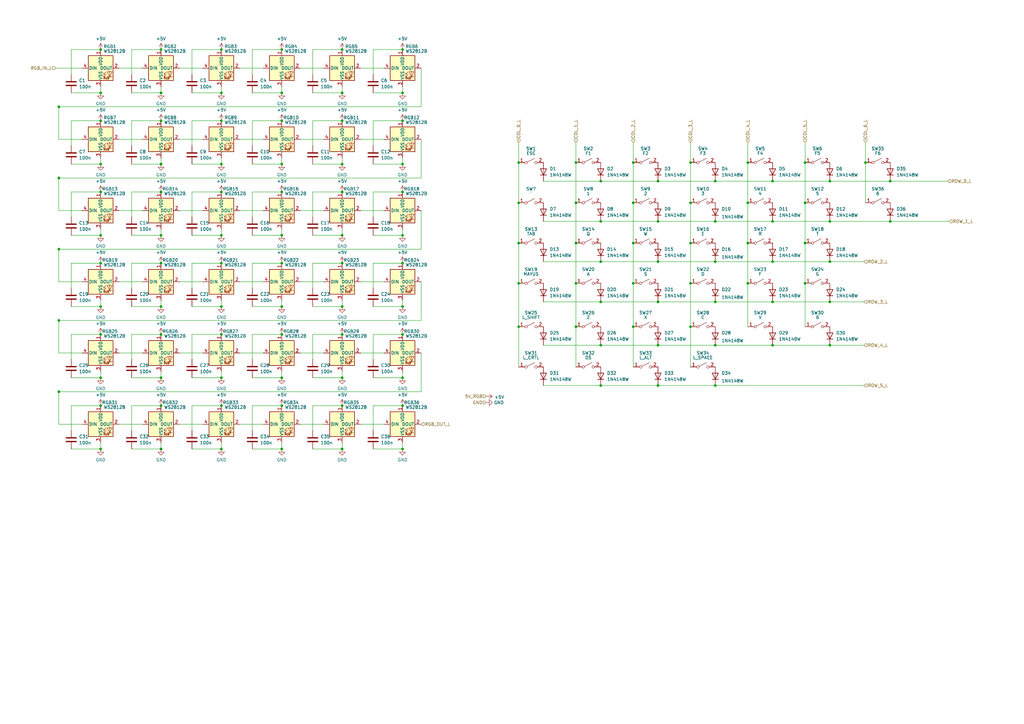
<source format=kicad_sch>
(kicad_sch (version 20211123) (generator eeschema)
  (paper "A3")
  (junction (at 316.865 74.295))
  (junction (at 41.275 96.52))
  (junction (at 90.805 96.52))
  (junction (at 165.1 49.53))
  (junction (at 115.57 184.15))
  (junction (at 259.715 116.205))
  (junction (at 165.1 137.16))
  (junction (at 41.275 137.16))
  (junction (at 316.865 141.605))
  (junction (at 90.805 78.74))
  (junction (at 66.04 125.73))
  (junction (at 90.805 137.16))
  (junction (at 165.1 38.1))
  (junction (at 41.275 184.15))
  (junction (at 115.57 20.32))
  (junction (at 140.335 20.32))
  (junction (at 236.22 83.185))
  (junction (at 306.705 99.695))
  (junction (at 24.13 43.815))
  (junction (at 90.805 184.15))
  (junction (at 115.57 137.16))
  (junction (at 115.57 107.95))
  (junction (at 269.875 74.295))
  (junction (at 24.13 73.025))
  (junction (at 212.725 83.185))
  (junction (at 212.725 99.695))
  (junction (at 115.57 125.73))
  (junction (at 140.335 78.74))
  (junction (at 330.2 66.675))
  (junction (at 140.335 96.52))
  (junction (at 365.125 74.295))
  (junction (at 115.57 67.31))
  (junction (at 66.04 20.32))
  (junction (at 269.875 158.115))
  (junction (at 24.13 160.655))
  (junction (at 140.335 166.37))
  (junction (at 165.1 154.94))
  (junction (at 66.04 137.16))
  (junction (at 140.335 125.73))
  (junction (at 283.21 133.985))
  (junction (at 66.04 166.37))
  (junction (at 140.335 67.31))
  (junction (at 66.04 38.1))
  (junction (at 269.875 90.805))
  (junction (at 115.57 49.53))
  (junction (at 306.705 66.675))
  (junction (at 41.275 166.37))
  (junction (at 246.38 123.825))
  (junction (at 365.125 90.805))
  (junction (at 246.38 90.805))
  (junction (at 259.715 99.695))
  (junction (at 246.38 158.115))
  (junction (at 66.04 49.53))
  (junction (at 283.21 66.675))
  (junction (at 259.715 133.985))
  (junction (at 246.38 141.605))
  (junction (at 354.965 66.675))
  (junction (at 41.275 107.95))
  (junction (at 24.13 102.235))
  (junction (at 269.875 123.825))
  (junction (at 41.275 154.94))
  (junction (at 330.2 116.205))
  (junction (at 330.2 83.185))
  (junction (at 66.04 78.74))
  (junction (at 246.38 107.315))
  (junction (at 140.335 38.1))
  (junction (at 246.38 74.295))
  (junction (at 90.805 38.1))
  (junction (at 140.335 49.53))
  (junction (at 293.37 141.605))
  (junction (at 316.865 90.805))
  (junction (at 165.1 184.15))
  (junction (at 212.725 133.985))
  (junction (at 293.37 74.295))
  (junction (at 90.805 67.31))
  (junction (at 165.1 67.31))
  (junction (at 66.04 184.15))
  (junction (at 41.275 78.74))
  (junction (at 140.335 137.16))
  (junction (at 165.1 166.37))
  (junction (at 41.275 67.31))
  (junction (at 41.275 125.73))
  (junction (at 140.335 107.95))
  (junction (at 90.805 154.94))
  (junction (at 212.725 116.205))
  (junction (at 306.705 116.205))
  (junction (at 90.805 125.73))
  (junction (at 115.57 96.52))
  (junction (at 41.275 38.1))
  (junction (at 66.04 154.94))
  (junction (at 165.1 20.32))
  (junction (at 165.1 78.74))
  (junction (at 115.57 78.74))
  (junction (at 66.04 96.52))
  (junction (at 316.865 123.825))
  (junction (at 212.725 66.675))
  (junction (at 90.805 49.53))
  (junction (at 340.36 107.315))
  (junction (at 330.2 99.695))
  (junction (at 259.715 66.675))
  (junction (at 90.805 20.32))
  (junction (at 259.715 83.185))
  (junction (at 66.04 67.31))
  (junction (at 283.21 83.185))
  (junction (at 165.1 107.95))
  (junction (at 66.04 107.95))
  (junction (at 306.705 83.185))
  (junction (at 41.275 20.32))
  (junction (at 236.22 66.675))
  (junction (at 293.37 107.315))
  (junction (at 340.36 74.295))
  (junction (at 269.875 141.605))
  (junction (at 236.22 116.205))
  (junction (at 283.21 116.205))
  (junction (at 24.13 131.445))
  (junction (at 293.37 90.805))
  (junction (at 115.57 154.94))
  (junction (at 316.865 107.315))
  (junction (at 41.275 49.53))
  (junction (at 140.335 184.15))
  (junction (at 269.875 107.315))
  (junction (at 236.22 99.695))
  (junction (at 165.1 125.73))
  (junction (at 340.36 90.805))
  (junction (at 236.22 133.985))
  (junction (at 90.805 107.95))
  (junction (at 115.57 166.37))
  (junction (at 115.57 38.1))
  (junction (at 293.37 123.825))
  (junction (at 90.805 166.37))
  (junction (at 283.21 99.695))
  (junction (at 165.1 96.52))
  (junction (at 293.37 158.115))
  (junction (at 340.36 123.825))
  (junction (at 140.335 154.94))
  (junction (at 340.36 141.605))
  (wire (pts (xy 24.13 102.235) (xy 172.72 102.235)))
  (wire (pts (xy 78.74 137.16) (xy 78.74 147.32)))
  (wire (pts (xy 236.22 116.205) (xy 236.22 133.985)))
  (wire (pts (xy 153.035 78.74) (xy 153.035 88.9)))
  (wire (pts (xy 147.955 115.57) (xy 157.48 115.57)))
  (wire (pts (xy 48.895 115.57) (xy 58.42 115.57)))
  (wire (pts (xy 90.805 154.94) (xy 90.805 152.4)))
  (wire (pts (xy 98.425 86.36) (xy 107.95 86.36)))
  (wire (pts (xy 78.74 78.74) (xy 78.74 88.9)))
  (wire (pts (xy 236.22 83.185) (xy 236.22 99.695)))
  (wire (pts (xy 115.57 184.15) (xy 115.57 181.61)))
  (wire (pts (xy 246.38 107.315) (xy 269.875 107.315)))
  (wire (pts (xy 222.885 123.825) (xy 246.38 123.825)))
  (wire (pts (xy 90.805 184.15) (xy 90.805 181.61)))
  (wire (pts (xy 123.19 144.78) (xy 132.715 144.78)))
  (wire (pts (xy 222.885 74.295) (xy 246.38 74.295)))
  (wire (pts (xy 306.705 58.42) (xy 306.705 66.675)))
  (wire (pts (xy 293.37 123.825) (xy 316.865 123.825)))
  (wire (pts (xy 29.21 166.37) (xy 29.21 176.53)))
  (wire (pts (xy 165.1 125.73) (xy 165.1 123.19)))
  (wire (pts (xy 259.715 58.42) (xy 259.715 66.675)))
  (wire (pts (xy 24.13 160.655) (xy 172.72 160.655)))
  (wire (pts (xy 53.975 20.32) (xy 53.975 30.48)))
  (wire (pts (xy 103.505 125.73) (xy 115.57 125.73)))
  (wire (pts (xy 269.875 123.825) (xy 293.37 123.825)))
  (wire (pts (xy 24.13 160.02) (xy 24.13 160.655)))
  (wire (pts (xy 246.38 158.115) (xy 269.875 158.115)))
  (wire (pts (xy 90.805 96.52) (xy 90.805 93.98)))
  (wire (pts (xy 24.13 57.15) (xy 33.655 57.15)))
  (wire (pts (xy 128.27 154.94) (xy 140.335 154.94)))
  (wire (pts (xy 330.2 58.42) (xy 330.2 66.675)))
  (wire (pts (xy 66.04 78.74) (xy 53.975 78.74)))
  (wire (pts (xy 53.975 107.95) (xy 53.975 118.11)))
  (wire (pts (xy 172.72 86.36) (xy 172.72 102.235)))
  (wire (pts (xy 147.955 57.15) (xy 157.48 57.15)))
  (wire (pts (xy 41.275 137.16) (xy 29.21 137.16)))
  (wire (pts (xy 128.27 125.73) (xy 140.335 125.73)))
  (wire (pts (xy 103.505 78.74) (xy 103.505 88.9)))
  (wire (pts (xy 98.425 115.57) (xy 107.95 115.57)))
  (wire (pts (xy 66.04 20.32) (xy 53.975 20.32)))
  (wire (pts (xy 98.425 57.15) (xy 107.95 57.15)))
  (wire (pts (xy 41.275 49.53) (xy 29.21 49.53)))
  (wire (pts (xy 29.21 154.94) (xy 41.275 154.94)))
  (wire (pts (xy 24.13 130.81) (xy 24.13 131.445)))
  (wire (pts (xy 78.74 96.52) (xy 90.805 96.52)))
  (wire (pts (xy 73.66 144.78) (xy 83.185 144.78)))
  (wire (pts (xy 128.27 49.53) (xy 128.27 59.69)))
  (wire (pts (xy 115.57 125.73) (xy 115.57 123.19)))
  (wire (pts (xy 165.1 20.32) (xy 153.035 20.32)))
  (wire (pts (xy 115.57 96.52) (xy 115.57 93.98)))
  (wire (pts (xy 128.27 184.15) (xy 140.335 184.15)))
  (wire (pts (xy 98.425 27.94) (xy 107.95 27.94)))
  (wire (pts (xy 269.875 141.605) (xy 293.37 141.605)))
  (wire (pts (xy 90.805 67.31) (xy 90.805 64.77)))
  (wire (pts (xy 140.335 96.52) (xy 140.335 93.98)))
  (wire (pts (xy 147.955 27.94) (xy 157.48 27.94)))
  (wire (pts (xy 236.22 133.985) (xy 236.22 150.495)))
  (wire (pts (xy 330.2 99.695) (xy 330.2 116.205)))
  (wire (pts (xy 115.57 166.37) (xy 103.505 166.37)))
  (wire (pts (xy 53.975 125.73) (xy 66.04 125.73)))
  (wire (pts (xy 128.27 166.37) (xy 128.27 176.53)))
  (wire (pts (xy 98.425 144.78) (xy 107.95 144.78)))
  (wire (pts (xy 73.66 86.36) (xy 83.185 86.36)))
  (wire (pts (xy 165.1 78.74) (xy 153.035 78.74)))
  (wire (pts (xy 29.21 38.1) (xy 41.275 38.1)))
  (wire (pts (xy 29.21 67.31) (xy 41.275 67.31)))
  (wire (pts (xy 103.505 96.52) (xy 115.57 96.52)))
  (wire (pts (xy 78.74 38.1) (xy 90.805 38.1)))
  (wire (pts (xy 123.19 173.99) (xy 132.715 173.99)))
  (wire (pts (xy 354.965 66.675) (xy 354.965 83.185)))
  (wire (pts (xy 236.22 58.42) (xy 236.22 66.675)))
  (wire (pts (xy 140.335 38.1) (xy 140.335 35.56)))
  (wire (pts (xy 115.57 67.31) (xy 115.57 64.77)))
  (wire (pts (xy 259.715 66.675) (xy 259.715 83.185)))
  (wire (pts (xy 103.505 49.53) (xy 103.505 59.69)))
  (wire (pts (xy 365.125 90.805) (xy 389.255 90.805)))
  (wire (pts (xy 78.74 184.15) (xy 90.805 184.15)))
  (wire (pts (xy 53.975 78.74) (xy 53.975 88.9)))
  (wire (pts (xy 29.21 49.53) (xy 29.21 59.69)))
  (wire (pts (xy 53.975 49.53) (xy 53.975 59.69)))
  (wire (pts (xy 41.275 154.94) (xy 41.275 152.4)))
  (wire (pts (xy 103.505 67.31) (xy 115.57 67.31)))
  (wire (pts (xy 246.38 90.805) (xy 269.875 90.805)))
  (wire (pts (xy 140.335 184.15) (xy 140.335 181.61)))
  (wire (pts (xy 73.66 173.99) (xy 83.185 173.99)))
  (wire (pts (xy 153.035 20.32) (xy 153.035 30.48)))
  (wire (pts (xy 73.66 27.94) (xy 83.185 27.94)))
  (wire (pts (xy 306.705 99.695) (xy 306.705 116.205)))
  (wire (pts (xy 212.725 99.695) (xy 212.725 116.205)))
  (wire (pts (xy 66.04 125.73) (xy 66.04 123.19)))
  (wire (pts (xy 78.74 107.95) (xy 78.74 118.11)))
  (wire (pts (xy 140.335 49.53) (xy 128.27 49.53)))
  (wire (pts (xy 66.04 166.37) (xy 53.975 166.37)))
  (wire (pts (xy 103.505 137.16) (xy 103.505 147.32)))
  (wire (pts (xy 123.19 27.94) (xy 132.715 27.94)))
  (wire (pts (xy 153.035 184.15) (xy 165.1 184.15)))
  (wire (pts (xy 246.38 141.605) (xy 269.875 141.605)))
  (wire (pts (xy 316.865 123.825) (xy 340.36 123.825)))
  (wire (pts (xy 41.275 125.73) (xy 41.275 123.19)))
  (wire (pts (xy 41.275 78.74) (xy 29.21 78.74)))
  (wire (pts (xy 236.22 66.675) (xy 236.22 83.185)))
  (wire (pts (xy 283.21 133.985) (xy 283.21 150.495)))
  (wire (pts (xy 90.805 78.74) (xy 78.74 78.74)))
  (wire (pts (xy 140.335 125.73) (xy 140.335 123.19)))
  (wire (pts (xy 66.04 96.52) (xy 66.04 93.98)))
  (wire (pts (xy 147.955 86.36) (xy 157.48 86.36)))
  (wire (pts (xy 306.705 83.185) (xy 306.705 99.695)))
  (wire (pts (xy 222.885 90.805) (xy 246.38 90.805)))
  (wire (pts (xy 48.895 173.99) (xy 58.42 173.99)))
  (wire (pts (xy 123.19 86.36) (xy 132.715 86.36)))
  (wire (pts (xy 165.1 67.31) (xy 165.1 64.77)))
  (wire (pts (xy 165.1 154.94) (xy 165.1 152.4)))
  (wire (pts (xy 90.805 20.32) (xy 78.74 20.32)))
  (wire (pts (xy 103.505 38.1) (xy 115.57 38.1)))
  (wire (pts (xy 283.21 99.695) (xy 283.21 116.205)))
  (wire (pts (xy 41.275 38.1) (xy 41.275 35.56)))
  (wire (pts (xy 41.275 166.37) (xy 29.21 166.37)))
  (wire (pts (xy 293.37 141.605) (xy 316.865 141.605)))
  (wire (pts (xy 115.57 154.94) (xy 115.57 152.4)))
  (wire (pts (xy 24.13 43.18) (xy 24.13 43.815)))
  (wire (pts (xy 316.865 90.805) (xy 340.36 90.805)))
  (wire (pts (xy 41.275 184.15) (xy 41.275 181.61)))
  (wire (pts (xy 115.57 78.74) (xy 103.505 78.74)))
  (wire (pts (xy 103.505 154.94) (xy 115.57 154.94)))
  (wire (pts (xy 78.74 154.94) (xy 90.805 154.94)))
  (wire (pts (xy 293.37 90.805) (xy 316.865 90.805)))
  (wire (pts (xy 293.37 74.295) (xy 316.865 74.295)))
  (wire (pts (xy 172.72 115.57) (xy 172.72 131.445)))
  (wire (pts (xy 53.975 67.31) (xy 66.04 67.31)))
  (wire (pts (xy 24.13 131.445) (xy 172.72 131.445)))
  (wire (pts (xy 165.1 137.16) (xy 153.035 137.16)))
  (wire (pts (xy 53.975 166.37) (xy 53.975 176.53)))
  (wire (pts (xy 269.875 74.295) (xy 293.37 74.295)))
  (wire (pts (xy 66.04 38.1) (xy 66.04 35.56)))
  (wire (pts (xy 22.86 27.94) (xy 33.655 27.94)))
  (wire (pts (xy 165.1 184.15) (xy 165.1 181.61)))
  (wire (pts (xy 29.21 78.74) (xy 29.21 88.9)))
  (wire (pts (xy 98.425 173.99) (xy 107.95 173.99)))
  (wire (pts (xy 90.805 137.16) (xy 78.74 137.16)))
  (wire (pts (xy 41.275 20.32) (xy 29.21 20.32)))
  (wire (pts (xy 29.21 184.15) (xy 41.275 184.15)))
  (wire (pts (xy 269.875 107.315) (xy 293.37 107.315)))
  (wire (pts (xy 140.335 67.31) (xy 140.335 64.77)))
  (wire (pts (xy 24.13 43.815) (xy 172.72 43.815)))
  (wire (pts (xy 29.21 96.52) (xy 41.275 96.52)))
  (wire (pts (xy 73.66 115.57) (xy 83.185 115.57)))
  (wire (pts (xy 259.715 83.185) (xy 259.715 99.695)))
  (wire (pts (xy 165.1 166.37) (xy 153.035 166.37)))
  (wire (pts (xy 153.035 38.1) (xy 165.1 38.1)))
  (wire (pts (xy 153.035 154.94) (xy 165.1 154.94)))
  (wire (pts (xy 236.22 99.695) (xy 236.22 116.205)))
  (wire (pts (xy 172.72 57.15) (xy 172.72 73.025)))
  (wire (pts (xy 90.805 107.95) (xy 78.74 107.95)))
  (wire (pts (xy 66.04 154.94) (xy 66.04 152.4)))
  (wire (pts (xy 53.975 38.1) (xy 66.04 38.1)))
  (wire (pts (xy 115.57 137.16) (xy 103.505 137.16)))
  (wire (pts (xy 90.805 166.37) (xy 78.74 166.37)))
  (wire (pts (xy 78.74 49.53) (xy 78.74 59.69)))
  (wire (pts (xy 29.21 125.73) (xy 41.275 125.73)))
  (wire (pts (xy 115.57 107.95) (xy 103.505 107.95)))
  (wire (pts (xy 259.715 116.205) (xy 259.715 133.985)))
  (wire (pts (xy 123.19 115.57) (xy 132.715 115.57)))
  (wire (pts (xy 78.74 20.32) (xy 78.74 30.48)))
  (wire (pts (xy 115.57 49.53) (xy 103.505 49.53)))
  (wire (pts (xy 29.21 20.32) (xy 29.21 30.48)))
  (wire (pts (xy 103.505 184.15) (xy 115.57 184.15)))
  (wire (pts (xy 246.38 123.825) (xy 269.875 123.825)))
  (wire (pts (xy 283.21 66.675) (xy 283.21 83.185)))
  (wire (pts (xy 147.955 144.78) (xy 157.48 144.78)))
  (wire (pts (xy 24.13 101.6) (xy 24.13 102.235)))
  (wire (pts (xy 340.36 74.295) (xy 365.125 74.295)))
  (wire (pts (xy 306.705 116.205) (xy 306.705 133.985)))
  (wire (pts (xy 153.035 96.52) (xy 165.1 96.52)))
  (wire (pts (xy 330.2 66.675) (xy 330.2 83.185)))
  (wire (pts (xy 153.035 166.37) (xy 153.035 176.53)))
  (wire (pts (xy 41.275 107.95) (xy 29.21 107.95)))
  (wire (pts (xy 293.37 158.115) (xy 354.33 158.115)))
  (wire (pts (xy 24.13 72.39) (xy 24.13 73.025)))
  (wire (pts (xy 340.36 107.315) (xy 354.33 107.315)))
  (wire (pts (xy 316.865 107.315) (xy 340.36 107.315)))
  (wire (pts (xy 140.335 154.94) (xy 140.335 152.4)))
  (wire (pts (xy 29.21 137.16) (xy 29.21 147.32)))
  (wire (pts (xy 90.805 49.53) (xy 78.74 49.53)))
  (wire (pts (xy 24.13 173.99) (xy 33.655 173.99)))
  (wire (pts (xy 48.895 27.94) (xy 58.42 27.94)))
  (wire (pts (xy 103.505 107.95) (xy 103.505 118.11)))
  (wire (pts (xy 48.895 57.15) (xy 58.42 57.15)))
  (wire (pts (xy 330.2 116.205) (xy 330.2 133.985)))
  (wire (pts (xy 24.13 144.78) (xy 33.655 144.78)))
  (wire (pts (xy 128.27 96.52) (xy 140.335 96.52)))
  (wire (pts (xy 78.74 166.37) (xy 78.74 176.53)))
  (wire (pts (xy 153.035 125.73) (xy 165.1 125.73)))
  (wire (pts (xy 115.57 20.32) (xy 103.505 20.32)))
  (wire (pts (xy 90.805 38.1) (xy 90.805 35.56)))
  (wire (pts (xy 340.36 141.605) (xy 354.33 141.605)))
  (wire (pts (xy 165.1 38.1) (xy 165.1 35.56)))
  (wire (pts (xy 66.04 137.16) (xy 53.975 137.16)))
  (wire (pts (xy 165.1 49.53) (xy 153.035 49.53)))
  (wire (pts (xy 340.36 90.805) (xy 365.125 90.805)))
  (wire (pts (xy 53.975 154.94) (xy 66.04 154.94)))
  (wire (pts (xy 29.21 107.95) (xy 29.21 118.11)))
  (wire (pts (xy 283.21 116.205) (xy 283.21 133.985)))
  (wire (pts (xy 212.725 133.985) (xy 212.725 150.495)))
  (wire (pts (xy 128.27 38.1) (xy 140.335 38.1)))
  (wire (pts (xy 66.04 49.53) (xy 53.975 49.53)))
  (wire (pts (xy 140.335 20.32) (xy 128.27 20.32)))
  (wire (pts (xy 259.715 133.985) (xy 259.715 150.495)))
  (wire (pts (xy 269.875 158.115) (xy 293.37 158.115)))
  (wire (pts (xy 222.885 158.115) (xy 246.38 158.115)))
  (wire (pts (xy 24.13 115.57) (xy 33.655 115.57)))
  (wire (pts (xy 78.74 125.73) (xy 90.805 125.73)))
  (wire (pts (xy 246.38 74.295) (xy 269.875 74.295)))
  (wire (pts (xy 53.975 137.16) (xy 53.975 147.32)))
  (wire (pts (xy 103.505 166.37) (xy 103.505 176.53)))
  (wire (pts (xy 128.27 78.74) (xy 128.27 88.9)))
  (wire (pts (xy 212.725 58.42) (xy 212.725 66.675)))
  (wire (pts (xy 212.725 66.675) (xy 212.725 83.185)))
  (wire (pts (xy 24.13 131.445) (xy 24.13 144.78)))
  (wire (pts (xy 283.21 58.42) (xy 283.21 66.675)))
  (wire (pts (xy 90.805 125.73) (xy 90.805 123.19)))
  (wire (pts (xy 165.1 107.95) (xy 153.035 107.95)))
  (wire (pts (xy 24.13 73.025) (xy 24.13 86.36)))
  (wire (pts (xy 128.27 137.16) (xy 128.27 147.32)))
  (wire (pts (xy 354.965 58.42) (xy 354.965 66.675)))
  (wire (pts (xy 41.275 96.52) (xy 41.275 93.98)))
  (wire (pts (xy 24.13 73.025) (xy 172.72 73.025)))
  (wire (pts (xy 306.705 66.675) (xy 306.705 83.185)))
  (wire (pts (xy 128.27 20.32) (xy 128.27 30.48)))
  (wire (pts (xy 128.27 67.31) (xy 140.335 67.31)))
  (wire (pts (xy 48.895 86.36) (xy 58.42 86.36)))
  (wire (pts (xy 53.975 96.52) (xy 66.04 96.52)))
  (wire (pts (xy 78.74 67.31) (xy 90.805 67.31)))
  (wire (pts (xy 340.36 123.825) (xy 354.33 123.825)))
  (wire (pts (xy 153.035 137.16) (xy 153.035 147.32)))
  (wire (pts (xy 153.035 49.53) (xy 153.035 59.69)))
  (wire (pts (xy 24.13 102.235) (xy 24.13 115.57)))
  (wire (pts (xy 73.66 57.15) (xy 83.185 57.15)))
  (wire (pts (xy 147.955 173.99) (xy 157.48 173.99)))
  (wire (pts (xy 172.72 27.94) (xy 172.72 43.815)))
  (wire (pts (xy 222.885 107.315) (xy 246.38 107.315)))
  (wire (pts (xy 103.505 20.32) (xy 103.505 30.48)))
  (wire (pts (xy 48.895 144.78) (xy 58.42 144.78)))
  (wire (pts (xy 66.04 107.95) (xy 53.975 107.95)))
  (wire (pts (xy 115.57 38.1) (xy 115.57 35.56)))
  (wire (pts (xy 140.335 137.16) (xy 128.27 137.16)))
  (wire (pts (xy 293.37 107.315) (xy 316.865 107.315)))
  (wire (pts (xy 66.04 184.15) (xy 66.04 181.61)))
  (wire (pts (xy 283.21 83.185) (xy 283.21 99.695)))
  (wire (pts (xy 316.865 74.295) (xy 340.36 74.295)))
  (wire (pts (xy 41.275 67.31) (xy 41.275 64.77)))
  (wire (pts (xy 140.335 166.37) (xy 128.27 166.37)))
  (wire (pts (xy 222.885 141.605) (xy 246.38 141.605)))
  (wire (pts (xy 24.13 43.815) (xy 24.13 57.15)))
  (wire (pts (xy 66.04 67.31) (xy 66.04 64.77)))
  (wire (pts (xy 269.875 90.805) (xy 293.37 90.805)))
  (wire (pts (xy 24.13 86.36) (xy 33.655 86.36)))
  (wire (pts (xy 365.125 74.295) (xy 388.62 74.295)))
  (wire (pts (xy 140.335 78.74) (xy 128.27 78.74)))
  (wire (pts (xy 165.1 96.52) (xy 165.1 93.98)))
  (wire (pts (xy 153.035 107.95) (xy 153.035 118.11)))
  (wire (pts (xy 172.72 144.78) (xy 172.72 160.655)))
  (wire (pts (xy 24.13 160.655) (xy 24.13 173.99)))
  (wire (pts (xy 53.975 184.15) (xy 66.04 184.15)))
  (wire (pts (xy 212.725 83.185) (xy 212.725 99.695)))
  (wire (pts (xy 153.035 67.31) (xy 165.1 67.31)))
  (wire (pts (xy 212.725 116.205) (xy 212.725 133.985)))
  (wire (pts (xy 330.2 83.185) (xy 330.2 99.695)))
  (wire (pts (xy 140.335 107.95) (xy 128.27 107.95)))
  (wire (pts (xy 259.715 99.695) (xy 259.715 116.205)))
  (wire (pts (xy 123.19 57.15) (xy 132.715 57.15)))
  (wire (pts (xy 316.865 141.605) (xy 340.36 141.605)))
  (wire (pts (xy 128.27 107.95) (xy 128.27 118.11)))
  (hierarchical_label "5V_RGB" (shape input) (at 199.39 162.56 180))
  (hierarchical_label "ROW_0_L" (shape input) (at 388.62 74.295 0))
  (hierarchical_label "RGB_IN_L" (shape input) (at 22.86 27.94 180))
  (hierarchical_label "GND" (shape input) (at 199.39 165.1 180))
  (hierarchical_label "COL_0_L" (shape input) (at 212.725 58.42 90))
  (hierarchical_label "COL_2_L" (shape input) (at 259.715 58.42 90))
  (hierarchical_label "COL_1_L" (shape input) (at 236.22 58.42 90))
  (hierarchical_label "COL_6_L" (shape input) (at 354.965 58.42 90))
  (hierarchical_label "ROW_4_L" (shape input) (at 354.33 141.605 0))
  (hierarchical_label "COL_4_L" (shape input) (at 306.705 58.42 90))
  (hierarchical_label "RGB_OUT_L" (shape input) (at 172.72 173.99 0))
  (hierarchical_label "COL_3_L" (shape input) (at 283.21 58.42 90))
  (hierarchical_label "COL_5_L" (shape input) (at 330.2 58.42 90))
  (hierarchical_label "ROW_1_L" (shape input) (at 389.255 90.805 0))
  (hierarchical_label "ROW_5_L" (shape input) (at 354.33 158.115 0))
  (hierarchical_label "ROW_3_L" (shape input) (at 354.33 123.825 0))
  (hierarchical_label "ROW_2_L" (shape input) (at 354.33 107.315 0))
  (symbol (lib_id "Device:C") (at 53.975 121.92 0) (unit 1)
    (property "Reference" "C20" (at 57.15 120.6499 0) (effects (justify left)))
    (property "Value" "100n" (at 57.15 123.1899 0) (effects (justify left)))
    (property "Footprint" "Capacitor_SMD:C_0603_1608Metric" (effects hide))
  )
  (symbol (lib_id "power:+5V") (at 41.275 107.95 0) (unit 1)
    (property "Reference" "#PWR037" (effects hide))
    (property "Value" "+5V" (at 41.275 103.505 0))
  )
  (symbol (lib_id "Switch:SW_SPST") (at 264.795 66.675 0) (unit 1)
    (property "Reference" "SW3" (at 264.795 60.96 0))
    (property "Value" "F2" (at 264.795 62.865 0))
    (property "Footprint" "Button_Switch_Keyboard:SW_Cherry_MX_1.00u_PCB" (effects hide))
  )
  (symbol (lib_id "power:+5V") (at 165.1 78.74 0) (unit 1)
    (property "Reference" "#PWR030" (effects hide))
    (property "Value" "+5V" (at 165.1 74.295 0))
  )
  (symbol (lib_id "Switch:SW_SPST") (at 360.045 83.185 0) (unit 1)
    (property "Reference" "SW36" (at 360.045 77.47 0))
    (property "Value" "6" (at 360.045 79.375 0))
    (property "Footprint" "Button_Switch_Keyboard:SW_Cherry_MX_1.00u_PCB" (effects hide))
  )
  (symbol (lib_id "Device:C") (at 128.27 180.34 0) (unit 1)
    (property "Reference" "C35" (at 131.445 179.0699 0) (effects (justify left)))
    (property "Value" "100n" (at 131.445 181.6099 0) (effects (justify left)))
    (property "Footprint" "Capacitor_SMD:C_0603_1608Metric" (effects hide))
  )
  (symbol (lib_id "Device:D") (at 269.875 86.995 90) (unit 1)
    (property "Reference" "D9" (at 272.415 85.7249 90) (effects (justify right)))
    (property "Value" "1N4148W" (at 272.415 88.2649 90) (effects (justify right)))
    (property "Footprint" "Diode_SMD:D_SOD-123" (effects hide))
  )
  (symbol (lib_id "power:+5V") (at 41.275 20.32 0) (unit 1)
    (property "Reference" "#PWR01" (effects hide))
    (property "Value" "+5V" (at 41.275 15.875 0))
  )
  (symbol (lib_id "Device:D") (at 340.36 120.015 90) (unit 1)
    (property "Reference" "D24" (at 342.9 118.7449 90) (effects (justify right)))
    (property "Value" "1N4148W" (at 342.9 121.2849 90) (effects (justify right)))
    (property "Footprint" "Diode_SMD:D_SOD-123" (effects hide))
  )
  (symbol (lib_id "Switch:SW_SPST") (at 311.785 83.185 0) (unit 1)
    (property "Reference" "SW11" (at 311.785 77.47 0))
    (property "Value" "4" (at 311.785 79.375 0))
    (property "Footprint" "Button_Switch_Keyboard:SW_Cherry_MX_1.00u_PCB" (effects hide))
  )
  (symbol (lib_id "LED:WS2812B") (at 165.1 144.78 0) (unit 1)
    (property "Reference" "RGB30" (at 168.91 135.89 0))
    (property "Value" "WS2812B" (at 170.815 137.795 0))
    (property "Footprint" "LED_SMD:LED_WS2812B_PLCC4_5.0x5.0mm_P3.2mm" (effects hide))
    (property "Datasheet" "https://cdn-shop.adafruit.com/datasheets/WS2812B.pdf" (effects hide))
  )
  (symbol (lib_id "LED:WS2812B") (at 165.1 86.36 0) (unit 1)
    (property "Reference" "RGB18" (at 168.91 77.47 0))
    (property "Value" "WS2812B" (at 170.815 79.375 0))
    (property "Footprint" "LED_SMD:LED_WS2812B_PLCC4_5.0x5.0mm_P3.2mm" (effects hide))
    (property "Datasheet" "https://cdn-shop.adafruit.com/datasheets/WS2812B.pdf" (effects hide))
  )
  (symbol (lib_id "LED:WS2812B") (at 41.275 173.99 0) (unit 1)
    (property "Reference" "RGB31" (at 45.085 165.1 0))
    (property "Value" "WS2812B" (at 46.99 167.005 0))
    (property "Footprint" "LED_SMD:LED_WS2812B_PLCC4_5.0x5.0mm_P3.2mm" (effects hide))
    (property "Datasheet" "https://cdn-shop.adafruit.com/datasheets/WS2812B.pdf" (effects hide))
  )
  (symbol (lib_id "Switch:SW_SPST") (at 335.28 116.205 0) (unit 1)
    (property "Reference" "SW24" (at 335.28 110.49 0))
    (property "Value" "G" (at 335.28 112.395 0))
    (property "Footprint" "Button_Switch_Keyboard:SW_Cherry_MX_1.00u_PCB" (effects hide))
  )
  (symbol (lib_id "Device:D") (at 316.865 103.505 90) (unit 1)
    (property "Reference" "D17" (at 319.405 102.2349 90) (effects (justify right)))
    (property "Value" "1N4148W" (at 319.405 104.7749 90) (effects (justify right)))
    (property "Footprint" "Diode_SMD:D_SOD-123" (effects hide))
  )
  (symbol (lib_id "Device:D") (at 269.875 120.015 90) (unit 1)
    (property "Reference" "D21" (at 272.415 118.7449 90) (effects (justify right)))
    (property "Value" "1N4148W" (at 272.415 121.2849 90) (effects (justify right)))
    (property "Footprint" "Diode_SMD:D_SOD-123" (effects hide))
  )
  (symbol (lib_id "Device:C") (at 128.27 34.29 0) (unit 1)
    (property "Reference" "C5" (at 131.445 33.0199 0) (effects (justify left)))
    (property "Value" "100n" (at 131.445 35.5599 0) (effects (justify left)))
    (property "Footprint" "Capacitor_SMD:C_0603_1608Metric" (effects hide))
  )
  (symbol (lib_id "Device:D") (at 246.38 137.795 90) (unit 1)
    (property "Reference" "D26" (at 248.92 136.5249 90) (effects (justify right)))
    (property "Value" "1N4148W" (at 248.92 139.0649 90) (effects (justify right)))
    (property "Footprint" "Diode_SMD:D_SOD-123" (effects hide))
  )
  (symbol (lib_id "LED:WS2812B") (at 165.1 27.94 0) (unit 1)
    (property "Reference" "RGB6" (at 168.91 19.05 0))
    (property "Value" "WS2812B" (at 170.815 20.955 0))
    (property "Footprint" "LED_SMD:LED_WS2812B_PLCC4_5.0x5.0mm_P3.2mm" (effects hide))
    (property "Datasheet" "https://cdn-shop.adafruit.com/datasheets/WS2812B.pdf" (effects hide))
  )
  (symbol (lib_id "LED:WS2812B") (at 41.275 86.36 0) (unit 1)
    (property "Reference" "RGB13" (at 45.085 77.47 0))
    (property "Value" "WS2812B" (at 46.99 79.375 0))
    (property "Footprint" "LED_SMD:LED_WS2812B_PLCC4_5.0x5.0mm_P3.2mm" (effects hide))
    (property "Datasheet" "https://cdn-shop.adafruit.com/datasheets/WS2812B.pdf" (effects hide))
  )
  (symbol (lib_id "power:+5V") (at 41.275 137.16 0) (unit 1)
    (property "Reference" "#PWR049" (effects hide))
    (property "Value" "+5V" (at 41.275 132.715 0))
  )
  (symbol (lib_id "Switch:SW_SPST") (at 311.785 133.985 0) (unit 1)
    (property "Reference" "SW29" (at 311.785 128.27 0))
    (property "Value" "V" (at 311.785 130.175 0))
    (property "Footprint" "Button_Switch_Keyboard:SW_Cherry_MX_1.00u_PCB" (effects hide))
  )
  (symbol (lib_id "Device:C") (at 103.505 151.13 0) (unit 1)
    (property "Reference" "C28" (at 106.68 149.8599 0) (effects (justify left)))
    (property "Value" "100n" (at 106.68 152.3999 0) (effects (justify left)))
    (property "Footprint" "Capacitor_SMD:C_0603_1608Metric" (effects hide))
  )
  (symbol (lib_id "LED:WS2812B") (at 165.1 57.15 0) (unit 1)
    (property "Reference" "RGB12" (at 168.91 48.26 0))
    (property "Value" "WS2812B" (at 170.815 50.165 0))
    (property "Footprint" "LED_SMD:LED_WS2812B_PLCC4_5.0x5.0mm_P3.2mm" (effects hide))
    (property "Datasheet" "https://cdn-shop.adafruit.com/datasheets/WS2812B.pdf" (effects hide))
  )
  (symbol (lib_id "Switch:SW_SPST") (at 241.3 133.985 0) (unit 1)
    (property "Reference" "SW26" (at 241.3 128.27 0))
    (property "Value" "Z" (at 241.3 130.175 0))
    (property "Footprint" "Button_Switch_Keyboard:SW_Cherry_MX_1.00u_PCB" (effects hide))
  )
  (symbol (lib_id "Device:C") (at 103.505 63.5 0) (unit 1)
    (property "Reference" "C10" (at 106.68 62.2299 0) (effects (justify left)))
    (property "Value" "100n" (at 106.68 64.7699 0) (effects (justify left)))
    (property "Footprint" "Capacitor_SMD:C_0603_1608Metric" (effects hide))
  )
  (symbol (lib_id "Device:D") (at 365.125 70.485 90) (unit 1)
    (property "Reference" "D35" (at 367.665 69.2149 90) (effects (justify right)))
    (property "Value" "1N4148W" (at 367.665 71.7549 90) (effects (justify right)))
    (property "Footprint" "Diode_SMD:D_SOD-123" (effects hide))
  )
  (symbol (lib_id "Device:D") (at 222.885 137.795 90) (unit 1)
    (property "Reference" "D25" (at 225.425 136.5249 90) (effects (justify right)))
    (property "Value" "1N4148W" (at 225.425 139.0649 90) (effects (justify right)))
    (property "Footprint" "Diode_SMD:D_SOD-123" (effects hide))
  )
  (symbol (lib_id "power:+5V") (at 41.275 78.74 0) (unit 1)
    (property "Reference" "#PWR025" (effects hide))
    (property "Value" "+5V" (at 41.275 74.295 0))
  )
  (symbol (lib_id "power:GND") (at 115.57 125.73 0) (unit 1)
    (property "Reference" "#PWR046" (effects hide))
    (property "Value" "GND" (at 115.57 130.175 0))
  )
  (symbol (lib_id "Device:D") (at 316.865 137.795 90) (unit 1)
    (property "Reference" "D29" (at 319.405 136.5249 90) (effects (justify right)))
    (property "Value" "1N4148W" (at 319.405 139.0649 90) (effects (justify right)))
    (property "Footprint" "Diode_SMD:D_SOD-123" (effects hide))
  )
  (symbol (lib_id "Device:D") (at 222.885 154.305 90) (unit 1)
    (property "Reference" "D31" (at 225.425 153.0349 90) (effects (justify right)))
    (property "Value" "1N4148W" (at 225.425 155.5749 90) (effects (justify right)))
    (property "Footprint" "Diode_SMD:D_SOD-123" (effects hide))
  )
  (symbol (lib_id "Switch:SW_SPST") (at 241.3 116.205 0) (unit 1)
    (property "Reference" "SW20" (at 241.3 110.49 0))
    (property "Value" "A" (at 241.3 112.395 0))
    (property "Footprint" "Button_Switch_Keyboard:SW_Cherry_MX_1.00u_PCB" (effects hide))
  )
  (symbol (lib_id "power:GND") (at 115.57 184.15 0) (unit 1)
    (property "Reference" "#PWR072" (effects hide))
    (property "Value" "GND" (at 115.57 188.595 0))
  )
  (symbol (lib_id "power:+5V") (at 140.335 20.32 0) (unit 1)
    (property "Reference" "#PWR05" (effects hide))
    (property "Value" "+5V" (at 140.335 15.875 0))
  )
  (symbol (lib_id "power:+5V") (at 90.805 20.32 0) (unit 1)
    (property "Reference" "#PWR03" (effects hide))
    (property "Value" "+5V" (at 90.805 15.875 0))
  )
  (symbol (lib_id "Device:C") (at 153.035 151.13 0) (unit 1)
    (property "Reference" "C30" (at 156.21 149.8599 0) (effects (justify left)))
    (property "Value" "100n" (at 156.21 152.3999 0) (effects (justify left)))
    (property "Footprint" "Capacitor_SMD:C_0603_1608Metric" (effects hide))
  )
  (symbol (lib_id "Switch:SW_SPST") (at 264.795 99.695 0) (unit 1)
    (property "Reference" "SW15" (at 264.795 93.98 0))
    (property "Value" "W" (at 264.795 95.885 0))
    (property "Footprint" "Button_Switch_Keyboard:SW_Cherry_MX_1.00u_PCB" (effects hide))
  )
  (symbol (lib_id "Device:C") (at 29.21 180.34 0) (unit 1)
    (property "Reference" "C31" (at 32.385 179.0699 0) (effects (justify left)))
    (property "Value" "100n" (at 32.385 181.6099 0) (effects (justify left)))
    (property "Footprint" "Capacitor_SMD:C_0603_1608Metric" (effects hide))
  )
  (symbol (lib_id "Device:C") (at 153.035 92.71 0) (unit 1)
    (property "Reference" "C18" (at 156.21 91.4399 0) (effects (justify left)))
    (property "Value" "100n" (at 156.21 93.9799 0) (effects (justify left)))
    (property "Footprint" "Capacitor_SMD:C_0603_1608Metric" (effects hide))
  )
  (symbol (lib_id "LED:WS2812B") (at 41.275 57.15 0) (unit 1)
    (property "Reference" "RGB7" (at 45.085 48.26 0))
    (property "Value" "WS2812B" (at 46.99 50.165 0))
    (property "Footprint" "LED_SMD:LED_WS2812B_PLCC4_5.0x5.0mm_P3.2mm" (effects hide))
    (property "Datasheet" "https://cdn-shop.adafruit.com/datasheets/WS2812B.pdf" (effects hide))
  )
  (symbol (lib_id "power:GND") (at 90.805 125.73 0) (unit 1)
    (property "Reference" "#PWR045" (effects hide))
    (property "Value" "GND" (at 90.805 130.175 0))
  )
  (symbol (lib_id "Switch:SW_SPST") (at 217.805 150.495 0) (unit 1)
    (property "Reference" "SW31" (at 217.805 144.78 0))
    (property "Value" "L_CRTL" (at 217.805 146.685 0))
    (property "Footprint" "Button_Switch_Keyboard:SW_Cherry_MX_1.25u_PCB" (effects hide))
  )
  (symbol (lib_id "Device:C") (at 103.505 180.34 0) (unit 1)
    (property "Reference" "C34" (at 106.68 179.0699 0) (effects (justify left)))
    (property "Value" "100n" (at 106.68 181.6099 0) (effects (justify left)))
    (property "Footprint" "Capacitor_SMD:C_0603_1608Metric" (effects hide))
  )
  (symbol (lib_id "power:+5V") (at 66.04 20.32 0) (unit 1)
    (property "Reference" "#PWR02" (effects hide))
    (property "Value" "+5V" (at 66.04 15.875 0))
  )
  (symbol (lib_id "LED:WS2812B") (at 90.805 57.15 0) (unit 1)
    (property "Reference" "RGB9" (at 94.615 48.26 0))
    (property "Value" "WS2812B" (at 96.52 50.165 0))
    (property "Footprint" "LED_SMD:LED_WS2812B_PLCC4_5.0x5.0mm_P3.2mm" (effects hide))
    (property "Datasheet" "https://cdn-shop.adafruit.com/datasheets/WS2812B.pdf" (effects hide))
  )
  (symbol (lib_id "LED:WS2812B") (at 66.04 173.99 0) (unit 1)
    (property "Reference" "RGB32" (at 69.85 165.1 0))
    (property "Value" "WS2812B" (at 71.755 167.005 0))
    (property "Footprint" "LED_SMD:LED_WS2812B_PLCC4_5.0x5.0mm_P3.2mm" (effects hide))
    (property "Datasheet" "https://cdn-shop.adafruit.com/datasheets/WS2812B.pdf" (effects hide))
  )
  (symbol (lib_id "LED:WS2812B") (at 41.275 27.94 0) (unit 1)
    (property "Reference" "RGB1" (at 45.085 19.05 0))
    (property "Value" "WS2812B" (at 46.99 20.955 0))
    (property "Footprint" "LED_SMD:LED_WS2812B_PLCC4_5.0x5.0mm_P3.2mm" (effects hide))
    (property "Datasheet" "https://cdn-shop.adafruit.com/datasheets/WS2812B.pdf" (effects hide))
  )
  (symbol (lib_id "Device:C") (at 78.74 92.71 0) (unit 1)
    (property "Reference" "C15" (at 81.915 91.4399 0) (effects (justify left)))
    (property "Value" "100n" (at 81.915 93.9799 0) (effects (justify left)))
    (property "Footprint" "Capacitor_SMD:C_0603_1608Metric" (effects hide))
  )
  (symbol (lib_id "power:GND") (at 140.335 67.31 0) (unit 1)
    (property "Reference" "#PWR023" (effects hide))
    (property "Value" "GND" (at 140.335 71.755 0))
  )
  (symbol (lib_id "power:+5V") (at 140.335 137.16 0) (unit 1)
    (property "Reference" "#PWR053" (effects hide))
    (property "Value" "+5V" (at 140.335 132.715 0))
  )
  (symbol (lib_id "Switch:SW_SPST") (at 288.29 150.495 0) (unit 1)
    (property "Reference" "SW34" (at 288.29 144.78 0))
    (property "Value" "L_SPACE" (at 288.29 146.685 0))
    (property "Footprint" "Button_Switch_Keyboard:SW_Cherry_MX_2.75u_PCB" (effects hide))
  )
  (symbol (lib_id "power:+5V") (at 90.805 107.95 0) (unit 1)
    (property "Reference" "#PWR039" (effects hide))
    (property "Value" "+5V" (at 90.805 103.505 0))
  )
  (symbol (lib_id "power:GND") (at 41.275 67.31 0) (unit 1)
    (property "Reference" "#PWR019" (effects hide))
    (property "Value" "GND" (at 41.275 71.755 0))
  )
  (symbol (lib_id "LED:WS2812B") (at 140.335 27.94 0) (unit 1)
    (property "Reference" "RGB5" (at 144.145 19.05 0))
    (property "Value" "WS2812B" (at 146.05 20.955 0))
    (property "Footprint" "LED_SMD:LED_WS2812B_PLCC4_5.0x5.0mm_P3.2mm" (effects hide))
    (property "Datasheet" "https://cdn-shop.adafruit.com/datasheets/WS2812B.pdf" (effects hide))
  )
  (symbol (lib_id "power:GND") (at 115.57 154.94 0) (unit 1)
    (property "Reference" "#PWR058" (effects hide))
    (property "Value" "GND" (at 115.57 159.385 0))
  )
  (symbol (lib_id "LED:WS2812B") (at 90.805 115.57 0) (unit 1)
    (property "Reference" "RGB21" (at 94.615 106.68 0))
    (property "Value" "WS2812B" (at 96.52 108.585 0))
    (property "Footprint" "LED_SMD:LED_WS2812B_PLCC4_5.0x5.0mm_P3.2mm" (effects hide))
    (property "Datasheet" "https://cdn-shop.adafruit.com/datasheets/WS2812B.pdf" (effects hide))
  )
  (symbol (lib_id "Device:C") (at 53.975 92.71 0) (unit 1)
    (property "Reference" "C14" (at 57.15 91.4399 0) (effects (justify left)))
    (property "Value" "100n" (at 57.15 93.9799 0) (effects (justify left)))
    (property "Footprint" "Capacitor_SMD:C_0603_1608Metric" (effects hide))
  )
  (symbol (lib_id "Switch:SW_SPST") (at 335.28 83.185 0) (unit 1)
    (property "Reference" "SW12" (at 335.28 77.47 0))
    (property "Value" "5" (at 335.28 79.375 0))
    (property "Footprint" "Button_Switch_Keyboard:SW_Cherry_MX_1.00u_PCB" (effects hide))
  )
  (symbol (lib_id "power:GND") (at 66.04 184.15 0) (unit 1)
    (property "Reference" "#PWR070" (effects hide))
    (property "Value" "GND" (at 66.04 188.595 0))
  )
  (symbol (lib_id "power:GND") (at 199.39 165.1 90) (unit 1)
    (property "Reference" "#PWR062" (effects hide))
    (property "Value" "GND" (at 202.565 165.0999 90) (effects (justify right)))
  )
  (symbol (lib_id "power:GND") (at 115.57 67.31 0) (unit 1)
    (property "Reference" "#PWR022" (effects hide))
    (property "Value" "GND" (at 115.57 71.755 0))
  )
  (symbol (lib_id "power:GND") (at 140.335 184.15 0) (unit 1)
    (property "Reference" "#PWR073" (effects hide))
    (property "Value" "GND" (at 140.335 188.595 0))
  )
  (symbol (lib_id "power:+5V") (at 140.335 166.37 0) (unit 1)
    (property "Reference" "#PWR067" (effects hide))
    (property "Value" "+5V" (at 140.335 161.925 0))
  )
  (symbol (lib_id "power:GND") (at 165.1 125.73 0) (unit 1)
    (property "Reference" "#PWR048" (effects hide))
    (property "Value" "GND" (at 165.1 130.175 0))
  )
  (symbol (lib_id "LED:WS2812B") (at 140.335 173.99 0) (unit 1)
    (property "Reference" "RGB35" (at 144.145 165.1 0))
    (property "Value" "WS2812B" (at 146.05 167.005 0))
    (property "Footprint" "LED_SMD:LED_WS2812B_PLCC4_5.0x5.0mm_P3.2mm" (effects hide))
    (property "Datasheet" "https://cdn-shop.adafruit.com/datasheets/WS2812B.pdf" (effects hide))
  )
  (symbol (lib_id "Device:D") (at 340.36 103.505 90) (unit 1)
    (property "Reference" "D18" (at 342.9 102.2349 90) (effects (justify right)))
    (property "Value" "1N4148W" (at 342.9 104.7749 90) (effects (justify right)))
    (property "Footprint" "Diode_SMD:D_SOD-123" (effects hide))
  )
  (symbol (lib_id "Device:C") (at 53.975 180.34 0) (unit 1)
    (property "Reference" "C32" (at 57.15 179.0699 0) (effects (justify left)))
    (property "Value" "100n" (at 57.15 181.6099 0) (effects (justify left)))
    (property "Footprint" "Capacitor_SMD:C_0603_1608Metric" (effects hide))
  )
  (symbol (lib_id "Device:C") (at 53.975 151.13 0) (unit 1)
    (property "Reference" "C26" (at 57.15 149.8599 0) (effects (justify left)))
    (property "Value" "100n" (at 57.15 152.3999 0) (effects (justify left)))
    (property "Footprint" "Capacitor_SMD:C_0603_1608Metric" (effects hide))
  )
  (symbol (lib_id "LED:WS2812B") (at 90.805 86.36 0) (unit 1)
    (property "Reference" "RGB15" (at 94.615 77.47 0))
    (property "Value" "WS2812B" (at 96.52 79.375 0))
    (property "Footprint" "LED_SMD:LED_WS2812B_PLCC4_5.0x5.0mm_P3.2mm" (effects hide))
    (property "Datasheet" "https://cdn-shop.adafruit.com/datasheets/WS2812B.pdf" (effects hide))
  )
  (symbol (lib_id "Device:D") (at 269.875 103.505 90) (unit 1)
    (property "Reference" "D15" (at 272.415 102.2349 90) (effects (justify right)))
    (property "Value" "1N4148W" (at 272.415 104.7749 90) (effects (justify right)))
    (property "Footprint" "Diode_SMD:D_SOD-123" (effects hide))
  )
  (symbol (lib_id "Device:D") (at 222.885 120.015 90) (unit 1)
    (property "Reference" "D19" (at 225.425 118.7449 90) (effects (justify right)))
    (property "Value" "1N4148W" (at 225.425 121.2849 90) (effects (justify right)))
    (property "Footprint" "Diode_SMD:D_SOD-123" (effects hide))
  )
  (symbol (lib_id "LED:WS2812B") (at 66.04 144.78 0) (unit 1)
    (property "Reference" "RGB26" (at 69.85 135.89 0))
    (property "Value" "WS2812B" (at 71.755 137.795 0))
    (property "Footprint" "LED_SMD:LED_WS2812B_PLCC4_5.0x5.0mm_P3.2mm" (effects hide))
    (property "Datasheet" "https://cdn-shop.adafruit.com/datasheets/WS2812B.pdf" (effects hide))
  )
  (symbol (lib_id "power:+5V") (at 41.275 49.53 0) (unit 1)
    (property "Reference" "#PWR013" (effects hide))
    (property "Value" "+5V" (at 41.275 45.085 0))
  )
  (symbol (lib_id "power:+5V") (at 115.57 137.16 0) (unit 1)
    (property "Reference" "#PWR052" (effects hide))
    (property "Value" "+5V" (at 115.57 132.715 0))
  )
  (symbol (lib_id "Device:C") (at 78.74 151.13 0) (unit 1)
    (property "Reference" "C27" (at 81.915 149.8599 0) (effects (justify left)))
    (property "Value" "100n" (at 81.915 152.3999 0) (effects (justify left)))
    (property "Footprint" "Capacitor_SMD:C_0603_1608Metric" (effects hide))
  )
  (symbol (lib_id "Device:D") (at 365.125 86.995 90) (unit 1)
    (property "Reference" "D36" (at 367.665 85.7249 90) (effects (justify right)))
    (property "Value" "1N4148W" (at 367.665 88.2649 90) (effects (justify right)))
    (property "Footprint" "Diode_SMD:D_SOD-123" (effects hide))
  )
  (symbol (lib_id "Device:D") (at 293.37 137.795 90) (unit 1)
    (property "Reference" "D28" (at 295.91 136.5249 90) (effects (justify right)))
    (property "Value" "1N4148W" (at 295.91 139.6999 90) (effects (justify right)))
    (property "Footprint" "Diode_SMD:D_SOD-123" (effects hide))
  )
  (symbol (lib_id "Device:D") (at 340.36 70.485 90) (unit 1)
    (property "Reference" "D6" (at 342.9 69.2149 90) (effects (justify right)))
    (property "Value" "1N4148W" (at 342.9 71.7549 90) (effects (justify right)))
    (property "Footprint" "Diode_SMD:D_SOD-123" (effects hide))
  )
  (symbol (lib_id "Device:D") (at 269.875 70.485 90) (unit 1)
    (property "Reference" "D3" (at 272.415 69.2149 90) (effects (justify right)))
    (property "Value" "1N4148W" (at 272.415 71.7549 90) (effects (justify right)))
    (property "Footprint" "Diode_SMD:D_SOD-123" (effects hide))
  )
  (symbol (lib_id "LED:WS2812B") (at 115.57 173.99 0) (unit 1)
    (property "Reference" "RGB34" (at 119.38 165.1 0))
    (property "Value" "WS2812B" (at 121.285 167.005 0))
    (property "Footprint" "LED_SMD:LED_WS2812B_PLCC4_5.0x5.0mm_P3.2mm" (effects hide))
    (property "Datasheet" "https://cdn-shop.adafruit.com/datasheets/WS2812B.pdf" (effects hide))
  )
  (symbol (lib_id "Switch:SW_SPST") (at 241.3 150.495 0) (unit 1)
    (property "Reference" "SW32" (at 241.3 144.78 0))
    (property "Value" "OS" (at 241.3 146.685 0))
    (property "Footprint" "Button_Switch_Keyboard:SW_Cherry_MX_1.25u_PCB" (effects hide))
  )
  (symbol (lib_id "Device:C") (at 53.975 34.29 0) (unit 1)
    (property "Reference" "C2" (at 57.15 33.0199 0) (effects (justify left)))
    (property "Value" "100n" (at 57.15 35.5599 0) (effects (justify left)))
    (property "Footprint" "Capacitor_SMD:C_0603_1608Metric" (effects hide))
  )
  (symbol (lib_id "power:+5V") (at 66.04 137.16 0) (unit 1)
    (property "Reference" "#PWR050" (effects hide))
    (property "Value" "+5V" (at 66.04 132.715 0))
  )
  (symbol (lib_id "Device:C") (at 103.505 92.71 0) (unit 1)
    (property "Reference" "C16" (at 106.68 91.4399 0) (effects (justify left)))
    (property "Value" "100n" (at 106.68 93.9799 0) (effects (justify left)))
    (property "Footprint" "Capacitor_SMD:C_0603_1608Metric" (effects hide))
  )
  (symbol (lib_id "Switch:SW_SPST") (at 264.795 116.205 0) (unit 1)
    (property "Reference" "SW21" (at 264.795 110.49 0))
    (property "Value" "S" (at 264.795 112.395 0))
    (property "Footprint" "Button_Switch_Keyboard:SW_Cherry_MX_1.00u_PCB" (effects hide))
  )
  (symbol (lib_id "Switch:SW_SPST") (at 264.795 150.495 0) (unit 1)
    (property "Reference" "SW33" (at 264.795 144.78 0))
    (property "Value" "L_ALT" (at 264.795 146.685 0))
    (property "Footprint" "Button_Switch_Keyboard:SW_Cherry_MX_1.25u_PCB" (effects hide))
  )
  (symbol (lib_id "Device:C") (at 29.21 92.71 0) (unit 1)
    (property "Reference" "C13" (at 32.385 91.4399 0) (effects (justify left)))
    (property "Value" "100n" (at 32.385 93.9799 0) (effects (justify left)))
    (property "Footprint" "Capacitor_SMD:C_0603_1608Metric" (effects hide))
  )
  (symbol (lib_id "LED:WS2812B") (at 90.805 173.99 0) (unit 1)
    (property "Reference" "RGB33" (at 94.615 165.1 0))
    (property "Value" "WS2812B" (at 96.52 167.005 0))
    (property "Footprint" "LED_SMD:LED_WS2812B_PLCC4_5.0x5.0mm_P3.2mm" (effects hide))
    (property "Datasheet" "https://cdn-shop.adafruit.com/datasheets/WS2812B.pdf" (effects hide))
  )
  (symbol (lib_id "power:GND") (at 90.805 154.94 0) (unit 1)
    (property "Reference" "#PWR057" (effects hide))
    (property "Value" "GND" (at 90.805 159.385 0))
  )
  (symbol (lib_id "LED:WS2812B") (at 115.57 144.78 0) (unit 1)
    (property "Reference" "RGB28" (at 119.38 135.89 0))
    (property "Value" "WS2812B" (at 121.285 137.795 0))
    (property "Footprint" "LED_SMD:LED_WS2812B_PLCC4_5.0x5.0mm_P3.2mm" (effects hide))
    (property "Datasheet" "https://cdn-shop.adafruit.com/datasheets/WS2812B.pdf" (effects hide))
  )
  (symbol (lib_id "Device:C") (at 128.27 121.92 0) (unit 1)
    (property "Reference" "C23" (at 131.445 120.6499 0) (effects (justify left)))
    (property "Value" "100n" (at 131.445 123.1899 0) (effects (justify left)))
    (property "Footprint" "Capacitor_SMD:C_0603_1608Metric" (effects hide))
  )
  (symbol (lib_id "LED:WS2812B") (at 115.57 115.57 0) (unit 1)
    (property "Reference" "RGB22" (at 119.38 106.68 0))
    (property "Value" "WS2812B" (at 121.285 108.585 0))
    (property "Footprint" "LED_SMD:LED_WS2812B_PLCC4_5.0x5.0mm_P3.2mm" (effects hide))
    (property "Datasheet" "https://cdn-shop.adafruit.com/datasheets/WS2812B.pdf" (effects hide))
  )
  (symbol (lib_id "power:GND") (at 90.805 96.52 0) (unit 1)
    (property "Reference" "#PWR033" (effects hide))
    (property "Value" "GND" (at 90.805 100.965 0))
  )
  (symbol (lib_id "Device:D") (at 222.885 70.485 90) (unit 1)
    (property "Reference" "D1" (at 225.425 69.2149 90) (effects (justify right)))
    (property "Value" "1N4148W" (at 225.425 71.7549 90) (effects (justify right)))
    (property "Footprint" "Diode_SMD:D_SOD-123" (effects hide))
  )
  (symbol (lib_id "power:GND") (at 41.275 125.73 0) (unit 1)
    (property "Reference" "#PWR043" (effects hide))
    (property "Value" "GND" (at 41.275 130.175 0))
  )
  (symbol (lib_id "Device:C") (at 29.21 151.13 0) (unit 1)
    (property "Reference" "C25" (at 32.385 149.8599 0) (effects (justify left)))
    (property "Value" "100n" (at 32.385 152.3999 0) (effects (justify left)))
    (property "Footprint" "Capacitor_SMD:C_0603_1608Metric" (effects hide))
  )
  (symbol (lib_id "Switch:SW_SPST") (at 217.805 133.985 0) (unit 1)
    (property "Reference" "SW25" (at 217.805 128.27 0))
    (property "Value" "L_SHIFT" (at 217.805 130.175 0))
    (property "Footprint" "Button_Switch_Keyboard:SW_Cherry_MX_2.25u_PCB" (effects hide))
  )
  (symbol (lib_id "power:+5V") (at 90.805 49.53 0) (unit 1)
    (property "Reference" "#PWR015" (effects hide))
    (property "Value" "+5V" (at 90.805 45.085 0))
  )
  (symbol (lib_id "Device:C") (at 29.21 121.92 0) (unit 1)
    (property "Reference" "C19" (at 32.385 120.6499 0) (effects (justify left)))
    (property "Value" "100n" (at 32.385 123.1899 0) (effects (justify left)))
    (property "Footprint" "Capacitor_SMD:C_0603_1608Metric" (effects hide))
  )
  (symbol (lib_id "power:+5V") (at 90.805 78.74 0) (unit 1)
    (property "Reference" "#PWR027" (effects hide))
    (property "Value" "+5V" (at 90.805 74.295 0))
  )
  (symbol (lib_id "power:GND") (at 115.57 96.52 0) (unit 1)
    (property "Reference" "#PWR034" (effects hide))
    (property "Value" "GND" (at 115.57 100.965 0))
  )
  (symbol (lib_id "Device:D") (at 316.865 120.015 90) (unit 1)
    (property "Reference" "D23" (at 319.405 118.7449 90) (effects (justify right)))
    (property "Value" "1N4148W" (at 319.405 121.2849 90) (effects (justify right)))
    (property "Footprint" "Diode_SMD:D_SOD-123" (effects hide))
  )
  (symbol (lib_id "power:GND") (at 66.04 154.94 0) (unit 1)
    (property "Reference" "#PWR056" (effects hide))
    (property "Value" "GND" (at 66.04 159.385 0))
  )
  (symbol (lib_id "Device:D") (at 316.865 86.995 90) (unit 1)
    (property "Reference" "D11" (at 319.405 85.7249 90) (effects (justify right)))
    (property "Value" "1N4148W" (at 319.405 88.2649 90) (effects (justify right)))
    (property "Footprint" "Diode_SMD:D_SOD-123" (effects hide))
  )
  (symbol (lib_id "power:GND") (at 165.1 67.31 0) (unit 1)
    (property "Reference" "#PWR024" (effects hide))
    (property "Value" "GND" (at 165.1 71.755 0))
  )
  (symbol (lib_id "LED:WS2812B") (at 140.335 144.78 0) (unit 1)
    (property "Reference" "RGB29" (at 144.145 135.89 0))
    (property "Value" "WS2812B" (at 146.05 137.795 0))
    (property "Footprint" "LED_SMD:LED_WS2812B_PLCC4_5.0x5.0mm_P3.2mm" (effects hide))
    (property "Datasheet" "https://cdn-shop.adafruit.com/datasheets/WS2812B.pdf" (effects hide))
  )
  (symbol (lib_id "LED:WS2812B") (at 66.04 27.94 0) (unit 1)
    (property "Reference" "RGB2" (at 69.85 19.05 0))
    (property "Value" "WS2812B" (at 71.755 20.955 0))
    (property "Footprint" "LED_SMD:LED_WS2812B_PLCC4_5.0x5.0mm_P3.2mm" (effects hide))
    (property "Datasheet" "https://cdn-shop.adafruit.com/datasheets/WS2812B.pdf" (effects hide))
  )
  (symbol (lib_id "power:GND") (at 66.04 96.52 0) (unit 1)
    (property "Reference" "#PWR032" (effects hide))
    (property "Value" "GND" (at 66.04 100.965 0))
  )
  (symbol (lib_id "power:+5V") (at 115.57 49.53 0) (unit 1)
    (property "Reference" "#PWR016" (effects hide))
    (property "Value" "+5V" (at 115.57 45.085 0))
  )
  (symbol (lib_id "power:GND") (at 90.805 67.31 0) (unit 1)
    (property "Reference" "#PWR021" (effects hide))
    (property "Value" "GND" (at 90.805 71.755 0))
  )
  (symbol (lib_id "Switch:SW_SPST") (at 217.805 66.675 0) (unit 1)
    (property "Reference" "SW1" (at 217.805 60.96 0))
    (property "Value" "ESC" (at 217.805 62.865 0))
    (property "Footprint" "Button_Switch_Keyboard:SW_Cherry_MX_1.00u_PCB" (effects hide))
  )
  (symbol (lib_id "Device:C") (at 128.27 92.71 0) (unit 1)
    (property "Reference" "C17" (at 131.445 91.4399 0) (effects (justify left)))
    (property "Value" "100n" (at 131.445 93.9799 0) (effects (justify left)))
    (property "Footprint" "Capacitor_SMD:C_0603_1608Metric" (effects hide))
  )
  (symbol (lib_id "LED:WS2812B") (at 41.275 115.57 0) (unit 1)
    (property "Reference" "RGB19" (at 45.085 106.68 0))
    (property "Value" "WS2812B" (at 46.99 108.585 0))
    (property "Footprint" "LED_SMD:LED_WS2812B_PLCC4_5.0x5.0mm_P3.2mm" (effects hide))
    (property "Datasheet" "https://cdn-shop.adafruit.com/datasheets/WS2812B.pdf" (effects hide))
  )
  (symbol (lib_id "power:GND") (at 41.275 38.1 0) (unit 1)
    (property "Reference" "#PWR07" (effects hide))
    (property "Value" "GND" (at 41.275 42.545 0))
  )
  (symbol (lib_id "Switch:SW_SPST") (at 264.795 83.185 0) (unit 1)
    (property "Reference" "SW9" (at 264.795 77.47 0))
    (property "Value" "2" (at 264.795 79.375 0))
    (property "Footprint" "Button_Switch_Keyboard:SW_Cherry_MX_1.00u_PCB" (effects hide))
  )
  (symbol (lib_id "Device:D") (at 246.38 154.305 90) (unit 1)
    (property "Reference" "D32" (at 248.92 153.0349 90) (effects (justify right)))
    (property "Value" "1N4148W" (at 248.92 155.5749 90) (effects (justify right)))
    (property "Footprint" "Diode_SMD:D_SOD-123" (effects hide))
  )
  (symbol (lib_id "Device:D") (at 293.37 86.995 90) (unit 1)
    (property "Reference" "D10" (at 295.91 85.7249 90) (effects (justify right)))
    (property "Value" "1N4148W" (at 295.91 88.8999 90) (effects (justify right)))
    (property "Footprint" "Diode_SMD:D_SOD-123" (effects hide))
  )
  (symbol (lib_id "power:+5V") (at 66.04 166.37 0) (unit 1)
    (property "Reference" "#PWR064" (effects hide))
    (property "Value" "+5V" (at 66.04 161.925 0))
  )
  (symbol (lib_id "power:+5V") (at 165.1 49.53 0) (unit 1)
    (property "Reference" "#PWR018" (effects hide))
    (property "Value" "+5V" (at 165.1 45.085 0))
  )
  (symbol (lib_id "power:+5V") (at 165.1 166.37 0) (unit 1)
    (property "Reference" "#PWR068" (effects hide))
    (property "Value" "+5V" (at 165.1 161.925 0))
  )
  (symbol (lib_id "power:GND") (at 90.805 184.15 0) (unit 1)
    (property "Reference" "#PWR071" (effects hide))
    (property "Value" "GND" (at 90.805 188.595 0))
  )
  (symbol (lib_id "LED:WS2812B") (at 115.57 27.94 0) (unit 1)
    (property "Reference" "RGB4" (at 119.38 19.05 0))
    (property "Value" "WS2812B" (at 121.285 20.955 0))
    (property "Footprint" "LED_SMD:LED_WS2812B_PLCC4_5.0x5.0mm_P3.2mm" (effects hide))
    (property "Datasheet" "https://cdn-shop.adafruit.com/datasheets/WS2812B.pdf" (effects hide))
  )
  (symbol (lib_id "power:GND") (at 66.04 67.31 0) (unit 1)
    (property "Reference" "#PWR020" (effects hide))
    (property "Value" "GND" (at 66.04 71.755 0))
  )
  (symbol (lib_id "power:+5V") (at 165.1 20.32 0) (unit 1)
    (property "Reference" "#PWR06" (effects hide))
    (property "Value" "+5V" (at 165.1 15.875 0))
  )
  (symbol (lib_id "Device:C") (at 153.035 34.29 0) (unit 1)
    (property "Reference" "C6" (at 156.21 33.0199 0) (effects (justify left)))
    (property "Value" "100n" (at 156.21 35.5599 0) (effects (justify left)))
    (property "Footprint" "Capacitor_SMD:C_0603_1608Metric" (effects hide))
  )
  (symbol (lib_id "Device:D") (at 246.38 103.505 90) (unit 1)
    (property "Reference" "D14" (at 248.92 102.2349 90) (effects (justify right)))
    (property "Value" "1N4148W" (at 248.92 104.7749 90) (effects (justify right)))
    (property "Footprint" "Diode_SMD:D_SOD-123" (effects hide))
  )
  (symbol (lib_id "power:GND") (at 66.04 38.1 0) (unit 1)
    (property "Reference" "#PWR08" (effects hide))
    (property "Value" "GND" (at 66.04 42.545 0))
  )
  (symbol (lib_id "Switch:SW_SPST") (at 335.28 66.675 0) (unit 1)
    (property "Reference" "SW6" (at 335.28 60.96 0))
    (property "Value" "F5" (at 335.28 62.865 0))
    (property "Footprint" "Button_Switch_Keyboard:SW_Cherry_MX_1.00u_PCB" (effects hide))
  )
  (symbol (lib_id "Device:D") (at 293.37 154.305 90) (unit 1)
    (property "Reference" "D34" (at 295.91 153.0349 90) (effects (justify right)))
    (property "Value" "1N4148W" (at 295.91 156.2099 90) (effects (justify right)))
    (property "Footprint" "Diode_SMD:D_SOD-123" (effects hide))
  )
  (symbol (lib_id "power:GND") (at 66.04 125.73 0) (unit 1)
    (property "Reference" "#PWR044" (effects hide))
    (property "Value" "GND" (at 66.04 130.175 0))
  )
  (symbol (lib_id "Device:C") (at 78.74 63.5 0) (unit 1)
    (property "Reference" "C9" (at 81.915 62.2299 0) (effects (justify left)))
    (property "Value" "100n" (at 81.915 64.7699 0) (effects (justify left)))
    (property "Footprint" "Capacitor_SMD:C_0603_1608Metric" (effects hide))
  )
  (symbol (lib_id "LED:WS2812B") (at 41.275 144.78 0) (unit 1)
    (property "Reference" "RGB25" (at 45.085 135.89 0))
    (property "Value" "WS2812B" (at 46.99 137.795 0))
    (property "Footprint" "LED_SMD:LED_WS2812B_PLCC4_5.0x5.0mm_P3.2mm" (effects hide))
    (property "Datasheet" "https://cdn-shop.adafruit.com/datasheets/WS2812B.pdf" (effects hide))
  )
  (symbol (lib_id "Switch:SW_SPST") (at 311.785 66.675 0) (unit 1)
    (property "Reference" "SW5" (at 311.785 60.96 0))
    (property "Value" "F4" (at 311.785 62.865 0))
    (property "Footprint" "Button_Switch_Keyboard:SW_Cherry_MX_1.00u_PCB" (effects hide))
  )
  (symbol (lib_id "power:+5V") (at 165.1 107.95 0) (unit 1)
    (property "Reference" "#PWR042" (effects hide))
    (property "Value" "+5V" (at 165.1 103.505 0))
  )
  (symbol (lib_id "Switch:SW_SPST") (at 288.29 133.985 0) (unit 1)
    (property "Reference" "SW28" (at 288.29 128.27 0))
    (property "Value" "C" (at 288.29 130.175 0))
    (property "Footprint" "Button_Switch_Keyboard:SW_Cherry_MX_1.00u_PCB" (effects hide))
  )
  (symbol (lib_id "power:+5V") (at 199.39 162.56 270) (unit 1)
    (property "Reference" "#PWR061" (effects hide))
    (property "Value" "+5V" (at 204.7875 162.8775 90))
  )
  (symbol (lib_id "LED:WS2812B") (at 165.1 173.99 0) (unit 1)
    (property "Reference" "RGB36" (at 168.91 165.1 0))
    (property "Value" "WS2812B" (at 170.815 167.005 0))
    (property "Footprint" "LED_SMD:LED_WS2812B_PLCC4_5.0x5.0mm_P3.2mm" (effects hide))
    (property "Datasheet" "https://cdn-shop.adafruit.com/datasheets/WS2812B.pdf" (effects hide))
  )
  (symbol (lib_id "power:GND") (at 140.335 96.52 0) (unit 1)
    (property "Reference" "#PWR035" (effects hide))
    (property "Value" "GND" (at 140.335 100.965 0))
  )
  (symbol (lib_id "Device:D") (at 222.885 86.995 90) (unit 1)
    (property "Reference" "D7" (at 225.425 85.7249 90) (effects (justify right)))
    (property "Value" "1N4148W" (at 225.425 88.2649 90) (effects (justify right)))
    (property "Footprint" "Diode_SMD:D_SOD-123" (effects hide))
  )
  (symbol (lib_id "Switch:SW_SPST") (at 311.785 116.205 0) (unit 1)
    (property "Reference" "SW23" (at 311.785 110.49 0))
    (property "Value" "F" (at 311.785 112.395 0))
    (property "Footprint" "Button_Switch_Keyboard:SW_Cherry_MX_1.00u_PCB" (effects hide))
  )
  (symbol (lib_id "Device:D") (at 316.865 70.485 90) (unit 1)
    (property "Reference" "D5" (at 319.405 69.2149 90) (effects (justify right)))
    (property "Value" "1N4148W" (at 319.405 71.7549 90) (effects (justify right)))
    (property "Footprint" "Diode_SMD:D_SOD-123" (effects hide))
  )
  (symbol (lib_id "Switch:SW_SPST") (at 288.29 99.695 0) (unit 1)
    (property "Reference" "SW16" (at 288.29 93.98 0))
    (property "Value" "E" (at 288.29 95.885 0))
    (property "Footprint" "Button_Switch_Keyboard:SW_Cherry_MX_1.00u_PCB" (effects hide))
  )
  (symbol (lib_id "power:GND") (at 140.335 38.1 0) (unit 1)
    (property "Reference" "#PWR011" (effects hide))
    (property "Value" "GND" (at 140.335 42.545 0))
  )
  (symbol (lib_id "Device:C") (at 153.035 180.34 0) (unit 1)
    (property "Reference" "C36" (at 156.21 179.0699 0) (effects (justify left)))
    (property "Value" "100n" (at 156.21 181.6099 0) (effects (justify left)))
    (property "Footprint" "Capacitor_SMD:C_0603_1608Metric" (effects hide))
  )
  (symbol (lib_id "Switch:SW_SPST") (at 264.795 133.985 0) (unit 1)
    (property "Reference" "SW27" (at 264.795 128.27 0))
    (property "Value" "X" (at 264.795 130.175 0))
    (property "Footprint" "Button_Switch_Keyboard:SW_Cherry_MX_1.00u_PCB" (effects hide))
  )
  (symbol (lib_id "Switch:SW_SPST") (at 335.28 99.695 0) (unit 1)
    (property "Reference" "SW18" (at 335.28 93.98 0))
    (property "Value" "T" (at 335.28 95.885 0))
    (property "Footprint" "Button_Switch_Keyboard:SW_Cherry_MX_1.00u_PCB" (effects hide))
  )
  (symbol (lib_id "Device:D") (at 293.37 70.485 90) (unit 1)
    (property "Reference" "D4" (at 295.91 69.2149 90) (effects (justify right)))
    (property "Value" "1N4148W" (at 295.91 71.7549 90) (effects (justify right)))
    (property "Footprint" "Diode_SMD:D_SOD-123" (effects hide))
  )
  (symbol (lib_id "power:+5V") (at 66.04 107.95 0) (unit 1)
    (property "Reference" "#PWR038" (effects hide))
    (property "Value" "+5V" (at 66.04 103.505 0))
  )
  (symbol (lib_id "power:+5V") (at 66.04 78.74 0) (unit 1)
    (property "Reference" "#PWR026" (effects hide))
    (property "Value" "+5V" (at 66.04 74.295 0))
  )
  (symbol (lib_id "LED:WS2812B") (at 115.57 86.36 0) (unit 1)
    (property "Reference" "RGB16" (at 119.38 77.47 0))
    (property "Value" "WS2812B" (at 121.285 79.375 0))
    (property "Footprint" "LED_SMD:LED_WS2812B_PLCC4_5.0x5.0mm_P3.2mm" (effects hide))
    (property "Datasheet" "https://cdn-shop.adafruit.com/datasheets/WS2812B.pdf" (effects hide))
  )
  (symbol (lib_id "Device:C") (at 78.74 180.34 0) (unit 1)
    (property "Reference" "C33" (at 81.915 179.0699 0) (effects (justify left)))
    (property "Value" "100n" (at 81.915 181.6099 0) (effects (justify left)))
    (property "Footprint" "Capacitor_SMD:C_0603_1608Metric" (effects hide))
  )
  (symbol (lib_id "Switch:SW_SPST") (at 217.805 99.695 0) (unit 1)
    (property "Reference" "SW13" (at 217.805 93.98 0))
    (property "Value" "TAB" (at 217.805 95.885 0))
    (property "Footprint" "Button_Switch_Keyboard:SW_Cherry_MX_1.50u_PCB" (effects hide))
  )
  (symbol (lib_id "LED:WS2812B") (at 165.1 115.57 0) (unit 1)
    (property "Reference" "RGB24" (at 168.91 106.68 0))
    (property "Value" "WS2812B" (at 170.815 108.585 0))
    (property "Footprint" "LED_SMD:LED_WS2812B_PLCC4_5.0x5.0mm_P3.2mm" (effects hide))
    (property "Datasheet" "https://cdn-shop.adafruit.com/datasheets/WS2812B.pdf" (effects hide))
  )
  (symbol (lib_id "power:GND") (at 165.1 96.52 0) (unit 1)
    (property "Reference" "#PWR036" (effects hide))
    (property "Value" "GND" (at 165.1 100.965 0))
  )
  (symbol (lib_id "power:GND") (at 41.275 154.94 0) (unit 1)
    (property "Reference" "#PWR055" (effects hide))
    (property "Value" "GND" (at 41.275 159.385 0))
  )
  (symbol (lib_id "Device:C") (at 153.035 121.92 0) (unit 1)
    (property "Reference" "C24" (at 156.21 120.6499 0) (effects (justify left)))
    (property "Value" "100n" (at 156.21 123.1899 0) (effects (justify left)))
    (property "Footprint" "Capacitor_SMD:C_0603_1608Metric" (effects hide))
  )
  (symbol (lib_id "power:GND") (at 165.1 184.15 0) (unit 1)
    (property "Reference" "#PWR074" (effects hide))
    (property "Value" "GND" (at 165.1 188.595 0))
  )
  (symbol (lib_id "Device:D") (at 269.875 154.305 90) (unit 1)
    (property "Reference" "D33" (at 272.415 153.0349 90) (effects (justify right)))
    (property "Value" "1N4148W" (at 272.415 155.5749 90) (effects (justify right)))
    (property "Footprint" "Diode_SMD:D_SOD-123" (effects hide))
  )
  (symbol (lib_id "power:GND") (at 165.1 38.1 0) (unit 1)
    (property "Reference" "#PWR012" (effects hide))
    (property "Value" "GND" (at 165.1 42.545 0))
  )
  (symbol (lib_id "LED:WS2812B") (at 140.335 115.57 0) (unit 1)
    (property "Reference" "RGB23" (at 144.145 106.68 0))
    (property "Value" "WS2812B" (at 146.05 108.585 0))
    (property "Footprint" "LED_SMD:LED_WS2812B_PLCC4_5.0x5.0mm_P3.2mm" (effects hide))
    (property "Datasheet" "https://cdn-shop.adafruit.com/datasheets/WS2812B.pdf" (effects hide))
  )
  (symbol (lib_id "power:+5V") (at 41.275 166.37 0) (unit 1)
    (property "Reference" "#PWR063" (effects hide))
    (property "Value" "+5V" (at 41.275 161.925 0))
  )
  (symbol (lib_id "Device:D") (at 293.37 120.015 90) (unit 1)
    (property "Reference" "D22" (at 295.91 118.7449 90) (effects (justify right)))
    (property "Value" "1N4148W" (at 295.91 121.9199 90) (effects (justify right)))
    (property "Footprint" "Diode_SMD:D_SOD-123" (effects hide))
  )
  (symbol (lib_id "Device:D") (at 222.885 103.505 90) (unit 1)
    (property "Reference" "D13" (at 225.425 102.2349 90) (effects (justify right)))
    (property "Value" "1N4148W" (at 225.425 104.7749 90) (effects (justify right)))
    (property "Footprint" "Diode_SMD:D_SOD-123" (effects hide))
  )
  (symbol (lib_id "power:+5V") (at 165.1 137.16 0) (unit 1)
    (property "Reference" "#PWR054" (effects hide))
    (property "Value" "+5V" (at 165.1 132.715 0))
  )
  (symbol (lib_id "power:+5V") (at 140.335 78.74 0) (unit 1)
    (property "Reference" "#PWR029" (effects hide))
    (property "Value" "+5V" (at 140.335 74.295 0))
  )
  (symbol (lib_id "Switch:SW_SPST") (at 241.3 83.185 0) (unit 1)
    (property "Reference" "SW8" (at 241.3 77.47 0))
    (property "Value" "1" (at 241.3 79.375 0))
    (property "Footprint" "Button_Switch_Keyboard:SW_Cherry_MX_1.00u_PCB" (effects hide))
  )
  (symbol (lib_id "Switch:SW_SPST") (at 217.805 116.205 0) (unit 1)
    (property "Reference" "SW19" (at 217.805 110.49 0))
    (property "Value" "MAYUS" (at 217.805 112.395 0))
    (property "Footprint" "Button_Switch_Keyboard:SW_Cherry_MX_1.75u_PCB" (effects hide))
  )
  (symbol (lib_id "Switch:SW_SPST") (at 335.28 133.985 0) (unit 1)
    (property "Reference" "SW30" (at 335.28 128.27 0))
    (property "Value" "B" (at 335.28 130.175 0))
    (property "Footprint" "Button_Switch_Keyboard:SW_Cherry_MX_1.00u_PCB" (effects hide))
  )
  (symbol (lib_id "power:+5V") (at 115.57 78.74 0) (unit 1)
    (property "Reference" "#PWR028" (effects hide))
    (property "Value" "+5V" (at 115.57 74.295 0))
  )
  (symbol (lib_id "Device:D") (at 246.38 70.485 90) (unit 1)
    (property "Reference" "D2" (at 248.92 69.2149 90) (effects (justify right)))
    (property "Value" "1N4148W" (at 248.92 71.7549 90) (effects (justify right)))
    (property "Footprint" "Diode_SMD:D_SOD-123" (effects hide))
  )
  (symbol (lib_id "Switch:SW_SPST") (at 288.29 83.185 0) (unit 1)
    (property "Reference" "SW10" (at 288.29 77.47 0))
    (property "Value" "3" (at 288.29 79.375 0))
    (property "Footprint" "Button_Switch_Keyboard:SW_Cherry_MX_1.00u_PCB" (effects hide))
  )
  (symbol (lib_id "Device:C") (at 53.975 63.5 0) (unit 1)
    (property "Reference" "C8" (at 57.15 62.2299 0) (effects (justify left)))
    (property "Value" "100n" (at 57.15 64.7699 0) (effects (justify left)))
    (property "Footprint" "Capacitor_SMD:C_0603_1608Metric" (effects hide))
  )
  (symbol (lib_id "LED:WS2812B") (at 66.04 57.15 0) (unit 1)
    (property "Reference" "RGB8" (at 69.85 48.26 0))
    (property "Value" "WS2812B" (at 71.755 50.165 0))
    (property "Footprint" "LED_SMD:LED_WS2812B_PLCC4_5.0x5.0mm_P3.2mm" (effects hide))
    (property "Datasheet" "https://cdn-shop.adafruit.com/datasheets/WS2812B.pdf" (effects hide))
  )
  (symbol (lib_id "power:+5V") (at 115.57 166.37 0) (unit 1)
    (property "Reference" "#PWR066" (effects hide))
    (property "Value" "+5V" (at 115.57 161.925 0))
  )
  (symbol (lib_id "Device:C") (at 29.21 63.5 0) (unit 1)
    (property "Reference" "C7" (at 32.385 62.2299 0) (effects (justify left)))
    (property "Value" "100n" (at 32.385 64.7699 0) (effects (justify left)))
    (property "Footprint" "Capacitor_SMD:C_0603_1608Metric" (effects hide))
  )
  (symbol (lib_id "Device:C") (at 128.27 151.13 0) (unit 1)
    (property "Reference" "C29" (at 131.445 149.8599 0) (effects (justify left)))
    (property "Value" "100n" (at 131.445 152.3999 0) (effects (justify left)))
    (property "Footprint" "Capacitor_SMD:C_0603_1608Metric" (effects hide))
  )
  (symbol (lib_id "Device:C") (at 78.74 34.29 0) (unit 1)
    (property "Reference" "C3" (at 81.915 33.0199 0) (effects (justify left)))
    (property "Value" "100n" (at 81.915 35.5599 0) (effects (justify left)))
    (property "Footprint" "Capacitor_SMD:C_0603_1608Metric" (effects hide))
  )
  (symbol (lib_id "Device:D") (at 340.36 86.995 90) (unit 1)
    (property "Reference" "D12" (at 342.9 85.7249 90) (effects (justify right)))
    (property "Value" "1N4148W" (at 342.9 88.2649 90) (effects (justify right)))
    (property "Footprint" "Diode_SMD:D_SOD-123" (effects hide))
  )
  (symbol (lib_id "LED:WS2812B") (at 90.805 144.78 0) (unit 1)
    (property "Reference" "RGB27" (at 94.615 135.89 0))
    (property "Value" "WS2812B" (at 96.52 137.795 0))
    (property "Footprint" "LED_SMD:LED_WS2812B_PLCC4_5.0x5.0mm_P3.2mm" (effects hide))
    (property "Datasheet" "https://cdn-shop.adafruit.com/datasheets/WS2812B.pdf" (effects hide))
  )
  (symbol (lib_id "Device:C") (at 78.74 121.92 0) (unit 1)
    (property "Reference" "C21" (at 81.915 120.6499 0) (effects (justify left)))
    (property "Value" "100n" (at 81.915 123.1899 0) (effects (justify left)))
    (property "Footprint" "Capacitor_SMD:C_0603_1608Metric" (effects hide))
  )
  (symbol (lib_id "Device:D") (at 246.38 86.995 90) (unit 1)
    (property "Reference" "D8" (at 248.92 85.7249 90) (effects (justify right)))
    (property "Value" "1N4148W" (at 248.92 88.2649 90) (effects (justify right)))
    (property "Footprint" "Diode_SMD:D_SOD-123" (effects hide))
  )
  (symbol (lib_id "power:+5V") (at 115.57 20.32 0) (unit 1)
    (property "Reference" "#PWR04" (effects hide))
    (property "Value" "+5V" (at 115.57 15.875 0))
  )
  (symbol (lib_id "Switch:SW_SPST") (at 288.29 66.675 0) (unit 1)
    (property "Reference" "SW4" (at 288.29 60.96 0))
    (property "Value" "F3" (at 288.29 62.865 0))
    (property "Footprint" "Button_Switch_Keyboard:SW_Cherry_MX_1.00u_PCB" (effects hide))
  )
  (symbol (lib_id "power:+5V") (at 140.335 107.95 0) (unit 1)
    (property "Reference" "#PWR041" (effects hide))
    (property "Value" "+5V" (at 140.335 103.505 0))
  )
  (symbol (lib_id "Switch:SW_SPST") (at 241.3 99.695 0) (unit 1)
    (property "Reference" "SW14" (at 241.3 93.98 0))
    (property "Value" "Q" (at 241.3 95.885 0))
    (property "Footprint" "Button_Switch_Keyboard:SW_Cherry_MX_1.00u_PCB" (effects hide))
  )
  (symbol (lib_id "Device:C") (at 29.21 34.29 0) (unit 1)
    (property "Reference" "C1" (at 32.385 33.0199 0) (effects (justify left)))
    (property "Value" "100n" (at 32.385 35.5599 0) (effects (justify left)))
    (property "Footprint" "Capacitor_SMD:C_0603_1608Metric" (effects hide))
  )
  (symbol (lib_id "LED:WS2812B") (at 66.04 115.57 0) (unit 1)
    (property "Reference" "RGB20" (at 69.85 106.68 0))
    (property "Value" "WS2812B" (at 71.755 108.585 0))
    (property "Footprint" "LED_SMD:LED_WS2812B_PLCC4_5.0x5.0mm_P3.2mm" (effects hide))
    (property "Datasheet" "https://cdn-shop.adafruit.com/datasheets/WS2812B.pdf" (effects hide))
  )
  (symbol (lib_id "Device:C") (at 153.035 63.5 0) (unit 1)
    (property "Reference" "C12" (at 156.21 62.2299 0) (effects (justify left)))
    (property "Value" "100n" (at 156.21 64.7699 0) (effects (justify left)))
    (property "Footprint" "Capacitor_SMD:C_0603_1608Metric" (effects hide))
  )
  (symbol (lib_id "power:+5V") (at 66.04 49.53 0) (unit 1)
    (property "Reference" "#PWR014" (effects hide))
    (property "Value" "+5V" (at 66.04 45.085 0))
  )
  (symbol (lib_id "power:+5V") (at 90.805 137.16 0) (unit 1)
    (property "Reference" "#PWR051" (effects hide))
    (property "Value" "+5V" (at 90.805 132.715 0))
  )
  (symbol (lib_id "power:GND") (at 165.1 154.94 0) (unit 1)
    (property "Reference" "#PWR060" (effects hide))
    (property "Value" "GND" (at 165.1 159.385 0))
  )
  (symbol (lib_id "power:GND") (at 41.275 184.15 0) (unit 1)
    (property "Reference" "#PWR069" (effects hide))
    (property "Value" "GND" (at 41.275 188.595 0))
  )
  (symbol (lib_id "power:GND") (at 90.805 38.1 0) (unit 1)
    (property "Reference" "#PWR09" (effects hide))
    (property "Value" "GND" (at 90.805 42.545 0))
  )
  (symbol (lib_id "power:GND") (at 140.335 154.94 0) (unit 1)
    (property "Reference" "#PWR059" (effects hide))
    (property "Value" "GND" (at 140.335 159.385 0))
  )
  (symbol (lib_id "Device:D") (at 293.37 103.505 90) (unit 1)
    (property "Reference" "D16" (at 295.91 102.2349 90) (effects (justify right)))
    (property "Value" "1N4148W" (at 295.91 105.4099 90) (effects (justify right)))
    (property "Footprint" "Diode_SMD:D_SOD-123" (effects hide))
  )
  (symbol (lib_id "power:GND") (at 41.275 96.52 0) (unit 1)
    (property "Reference" "#PWR031" (effects hide))
    (property "Value" "GND" (at 41.275 100.965 0))
  )
  (symbol (lib_id "LED:WS2812B") (at 66.04 86.36 0) (unit 1)
    (property "Reference" "RGB14" (at 69.85 77.47 0))
    (property "Value" "WS2812B" (at 71.755 79.375 0))
    (property "Footprint" "LED_SMD:LED_WS2812B_PLCC4_5.0x5.0mm_P3.2mm" (effects hide))
    (property "Datasheet" "https://cdn-shop.adafruit.com/datasheets/WS2812B.pdf" (effects hide))
  )
  (symbol (lib_id "Device:D") (at 269.875 137.795 90) (unit 1)
    (property "Reference" "D27" (at 272.415 136.5249 90) (effects (justify right)))
    (property "Value" "1N4148W" (at 272.415 139.0649 90) (effects (justify right)))
    (property "Footprint" "Diode_SMD:D_SOD-123" (effects hide))
  )
  (symbol (lib_id "LED:WS2812B") (at 140.335 86.36 0) (unit 1)
    (property "Reference" "RGB17" (at 144.145 77.47 0))
    (property "Value" "WS2812B" (at 146.05 79.375 0))
    (property "Footprint" "LED_SMD:LED_WS2812B_PLCC4_5.0x5.0mm_P3.2mm" (effects hide))
    (property "Datasheet" "https://cdn-shop.adafruit.com/datasheets/WS2812B.pdf" (effects hide))
  )
  (symbol (lib_id "Device:D") (at 340.36 137.795 90) (unit 1)
    (property "Reference" "D30" (at 342.9 136.5249 90) (effects (justify right)))
    (property "Value" "1N4148W" (at 342.9 139.0649 90) (effects (justify right)))
    (property "Footprint" "Diode_SMD:D_SOD-123" (effects hide))
  )
  (symbol (lib_id "Switch:SW_SPST") (at 241.3 66.675 0) (unit 1)
    (property "Reference" "SW2" (at 241.3 60.96 0))
    (property "Value" "F1" (at 241.3 62.865 0))
    (property "Footprint" "Button_Switch_Keyboard:SW_Cherry_MX_1.00u_PCB" (effects hide))
  )
  (symbol (lib_id "Switch:SW_SPST") (at 288.29 116.205 0) (unit 1)
    (property "Reference" "SW22" (at 288.29 110.49 0))
    (property "Value" "D" (at 288.29 112.395 0))
    (property "Footprint" "Button_Switch_Keyboard:SW_Cherry_MX_1.00u_PCB" (effects hide))
  )
  (symbol (lib_id "power:GND") (at 140.335 125.73 0) (unit 1)
    (property "Reference" "#PWR047" (effects hide))
    (property "Value" "GND" (at 140.335 130.175 0))
  )
  (symbol (lib_id "LED:WS2812B") (at 90.805 27.94 0) (unit 1)
    (property "Reference" "RGB3" (at 94.615 19.05 0))
    (property "Value" "WS2812B" (at 96.52 20.955 0))
    (property "Footprint" "LED_SMD:LED_WS2812B_PLCC4_5.0x5.0mm_P3.2mm" (effects hide))
    (property "Datasheet" "https://cdn-shop.adafruit.com/datasheets/WS2812B.pdf" (effects hide))
  )
  (symbol (lib_id "power:+5V") (at 90.805 166.37 0) (unit 1)
    (property "Reference" "#PWR065" (effects hide))
    (property "Value" "+5V" (at 90.805 161.925 0))
  )
  (symbol (lib_id "power:+5V") (at 140.335 49.53 0) (unit 1)
    (property "Reference" "#PWR017" (effects hide))
    (property "Value" "+5V" (at 140.335 45.085 0))
  )
  (symbol (lib_id "Switch:SW_SPST") (at 311.785 99.695 0) (unit 1)
    (property "Reference" "SW17" (at 311.785 93.98 0))
    (property "Value" "R" (at 311.785 95.885 0))
    (property "Footprint" "Button_Switch_Keyboard:SW_Cherry_MX_1.00u_PCB" (effects hide))
  )
  (symbol (lib_id "Switch:SW_SPST") (at 360.045 66.675 0) (unit 1)
    (property "Reference" "SW35" (at 360.045 60.96 0))
    (property "Value" "F6" (at 360.045 62.865 0))
    (property "Footprint" "Button_Switch_Keyboard:SW_Cherry_MX_1.00u_PCB" (effects hide))
  )
  (symbol (lib_id "Device:C") (at 103.505 121.92 0) (unit 1)
    (property "Reference" "C22" (at 106.68 120.6499 0) (effects (justify left)))
    (property "Value" "100n" (at 106.68 123.1899 0) (effects (justify left)))
    (property "Footprint" "Capacitor_SMD:C_0603_1608Metric" (effects hide))
  )
  (symbol (lib_id "Device:C") (at 128.27 63.5 0) (unit 1)
    (property "Reference" "C11" (at 131.445 62.2299 0) (effects (justify left)))
    (property "Value" "100n" (at 131.445 64.7699 0) (effects (justify left)))
    (property "Footprint" "Capacitor_SMD:C_0603_1608Metric" (effects hide))
  )
  (symbol (lib_id "LED:WS2812B") (at 140.335 57.15 0) (unit 1)
    (property "Reference" "RGB11" (at 144.145 48.26 0))
    (property "Value" "WS2812B" (at 146.05 50.165 0))
    (property "Footprint" "LED_SMD:LED_WS2812B_PLCC4_5.0x5.0mm_P3.2mm" (effects hide))
    (property "Datasheet" "https://cdn-shop.adafruit.com/datasheets/WS2812B.pdf" (effects hide))
  )
  (symbol (lib_id "Device:D") (at 246.38 120.015 90) (unit 1)
    (property "Reference" "D20" (at 248.92 118.7449 90) (effects (justify right)))
    (property "Value" "1N4148W" (at 248.92 121.2849 90) (effects (justify right)))
    (property "Footprint" "Diode_SMD:D_SOD-123" (effects hide))
  )
  (symbol (lib_id "Switch:SW_SPST") (at 217.805 83.185 0) (unit 1)
    (property "Reference" "SW7" (at 217.805 77.47 0))
    (property "Value" "`" (at 217.805 79.375 0))
    (property "Footprint" "Button_Switch_Keyboard:SW_Cherry_MX_1.00u_PCB" (effects hide))
  )
  (symbol (lib_id "Device:C") (at 103.505 34.29 0) (unit 1)
    (property "Reference" "C4" (at 106.68 33.0199 0) (effects (justify left)))
    (property "Value" "100n" (at 106.68 35.5599 0) (effects (justify left)))
    (property "Footprint" "Capacitor_SMD:C_0603_1608Metric" (effects hide))
  )
  (symbol (lib_id "power:+5V") (at 115.57 107.95 0) (unit 1)
    (property "Reference" "#PWR040" (effects hide))
    (property "Value" "+5V" (at 115.57 103.505 0))
  )
  (symbol (lib_id "LED:WS2812B") (at 115.57 57.15 0) (unit 1)
    (property "Reference" "RGB10" (at 119.38 48.26 0))
    (property "Value" "WS2812B" (at 121.285 50.165 0))
    (property "Footprint" "LED_SMD:LED_WS2812B_PLCC4_5.0x5.0mm_P3.2mm" (effects hide))
    (property "Datasheet" "https://cdn-shop.adafruit.com/datasheets/WS2812B.pdf" (effects hide))
  )
  (symbol (lib_id "power:GND") (at 115.57 38.1 0) (unit 1)
    (property "Reference" "#PWR010" (effects hide))
    (property "Value" "GND" (at 115.57 42.545 0))
  )
)
</source>
